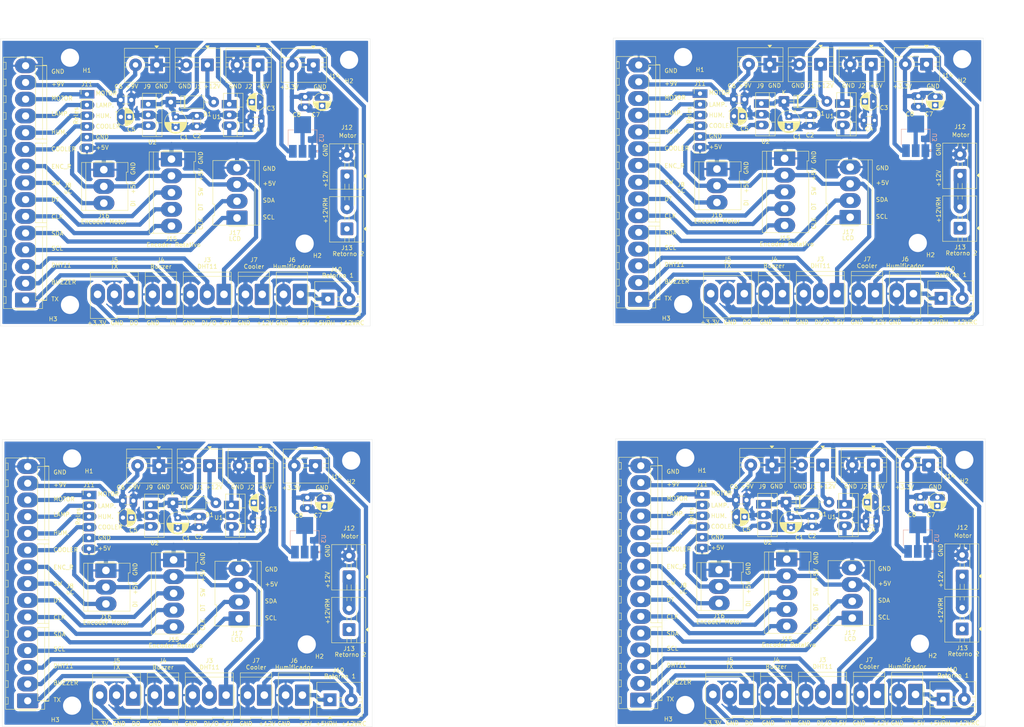
<source format=kicad_pcb>
(kicad_pcb (version 20241229) (generator "pcbnew") (generator_version "9.0")
  (layers (0 "F.Cu" signal) (2 "B.Cu" signal) (13 "F.Paste" user) (15 "B.Paste" user) (5 "F.SilkS" user "F.Silkscreen") (7 "B.SilkS" user "B.Silkscreen") (1 "F.Mask" user) (3 "B.Mask" user) (25 "Edge.Cuts" user))
  (net 0 "")
  (net 1 "+5V")
  (net 2 "Net-(D1-K)")
  (net 3 "GND")
  (net 4 "B15")
  (net 5 "B13")
  (net 6 "+5V_R_Humidificador")
  (net 7 "+9V")
  (net 8 "+12V_R_Cooler")
  (net 9 "B12")
  (net 10 "PIN_LAMPARA")
  (net 11 "+12V_R_Motor")
  (net 12 "+12V")
  (net 13 "A11")
  (net 14 "+3_3V")
  (net 15 "A9")
  (net 17 "SDA")
  (net 18 "PIN_MOTOR")
  (net 19 "CLK")
  (net 20 "SCL")
  (net 21 "DT")
  (net 22 "SW")
  (net 23 "PIN_ENCODER")
  (footprint "Connector_Molex:Molex_KK-396_5273-05A_1x05_P3.96mm_Vertical" (layer "F.Cu") (at 216 54 -90)
    (property "Reference" "J15")
    (property "Value" "Encoder_Rotativo")
  )
  (footprint "Connector_Molex:Molex_KK-396_5273-02A_1x02_P3.96mm_Vertical" (layer "F.Cu") (at 237.96 180.84 180)
    (property "Reference" "J7")
    (property "Value" "Cooler")
  )
  (footprint "Package_TO_SOT_THT:TO-220-3_Vertical" (layer "F.Cu") (at 230.1625 135.84 -90)
    (property "Reference" "U1")
    (property "Value" "LM7805_TO220")
  )
  (footprint "Connector_Molex:Molex_KK-396_5273-02A_1x02_P3.96mm_Vertical" (layer "F.Cu") (at 92.96 181 180)
    (property "Reference" "J7")
    (property "Value" "Cooler")
  )
  (footprint "Capacitor_THT:C_Disc_D3.0mm_W1.6mm_P2.50mm" (layer "F.Cu") (at 248.125 134.09 -90)
    (property "Reference" "C8")
    (property "Value" "0.1uF")
  )
  (footprint "TerminalBlock:TerminalBlock_MaiXu_MX126-5.0-02P_1x02_P5.00mm" (layer "F.Cu") (at 108 87.265)
    (property "Reference" "J10")
    (property "Value" "Retorno_1")
  )
  (footprint "Connector_PinHeader_2.54mm:PinHeader_1x06_P2.54mm_Vertical" (layer "F.Cu") (at 196 38.65)
    (property "Reference" "J11")
    (property "Value" "Modulo_Reles")
  )
  (footprint "MountingHole:MountingHole_4.3mm_M4_ISO14580_Pad_TopBottom" (layer "F.Cu") (at 258.5 125.34)
    (property "Reference" "H2")
    (property "Value" "MountingHole_4.3mm_M4_ISO14580_Pad_TopBottom" (hide yes))
  )
  (footprint "Capacitor_THT:C_Disc_D3.0mm_W1.6mm_P2.50mm" (layer "F.Cu") (at 237.25 45 180)
    (property "Reference" "C4")
    (property "Value" "0.1uF")
  )
  (footprint "Connector_Molex:Molex_KK-396_5273-02A_1x02_P3.96mm_Vertical" (layer "F.Cu") (at 246.46 86 180)
    (property "Reference" "J6")
    (property "Value" "Humidi.")
  )
  (footprint "Capacitor_THT:CP_Radial_D5.0mm_P2.50mm" (layer "F.Cu") (at 217.5 138.867401 -90)
    (property "Reference" "C1")
    (property "Value" "0.33uF")
  )
  (footprint "Package_TO_SOT_THT:TO-220-3_Vertical" (layer "F.Cu") (at 211 135.84 -90)
    (property "Reference" "U2")
    (property "Value" "LM7809_TO220")
  )
  (footprint "TerminalBlock:TerminalBlock_MaiXu_MX126-5.0-02P_1x02_P5.00mm" (layer "F.Cu") (at 257.5 70.5 90)
    (property "Reference" "J13")
    (property "Value" "Retorno_2")
  )
  (footprint "MountingHole:MountingHole_4.3mm_M4_ISO14580_Pad_TopBottom" (layer "F.Cu") (at 47.5 183.5)
    (property "Reference" "H3")
    (property "Value" "MountingHole_4.3mm_M4_ISO14580_Pad_TopBottom" (hide yes))
  )
  (footprint "Package_TO_SOT_THT:TO-220-3_Vertical" (layer "F.Cu") (at 66 136 -90)
    (property "Reference" "U2")
    (property "Value" "LM7809_TO220")
  )
  (footprint "Connector_Molex:Molex_KK-396_5273-03A_1x03_P3.96mm_Vertical" (layer "F.Cu") (at 61.46 86.16 180)
    (property "Reference" "J5")
    (property "Value" "TX")
  )
  (footprint "Capacitor_THT:CP_Radial_D5.0mm_P2.50mm" (layer "F.Cu") (at 72 44.187401 -90)
    (property "Reference" "C1")
    (property "Value" "0.33uF")
  )
  (footprint "TerminalBlock:TerminalBlock_MaiXu_MX126-5.0-02P_1x02_P5.00mm" (layer "F.Cu") (at 108.5 182.105)
    (property "Reference" "J10")
    (property "Value" "Retorno_1")
  )
  (footprint "TerminalBlock:TerminalBlock_MaiXu_MX126-5.0-02P_1x02_P5.00mm" (layer "F.Cu") (at 213 126.54 180)
    (property "Reference" "J9")
    (property "Value" "9V_OUT")
  )
  (footprint "TerminalBlock:TerminalBlock_MaiXu_MX126-5.0-02P_1x02_P5.00mm" (layer "F.Cu") (at 105.045 126.7 180)
    (property "Reference" "J14")
    (property "Value" "3_3V_OUT")
  )
  (footprint "Capacitor_THT:C_Disc_D3.0mm_W1.6mm_P2.50mm" (layer "F.Cu") (at 204.5 134.84)
    (property "Reference" "C6")
    (property "Value" "0.1uF")
  )
  (footprint "Connector_Molex:Molex_KK-396_5273-04A_1x04_P3.96mm_Vertical" (layer "F.Cu") (at 86.5 68.08 90)
    (property "Reference" "J17")
    (property "Value" "LCD")
  )
  (footprint "TerminalBlock:TerminalBlock_MaiXu_MX126-5.0-02P_1x02_P5.00mm" (layer "F.Cu") (at 236.5 31.7 180)
    (property "Reference" "J2")
    (property "Value" "5V_OUT")
  )
  (footprint "Capacitor_THT:CP_Radial_D4.0mm_P2.00mm" (layer "F.Cu") (at 59.527401 139)
    (property "Reference" "C5")
    (property "Value" "10uF")
  )
  (footprint "Package_TO_SOT_THT:TO-220-3_Vertical" (layer "F.Cu") (at 85.1625 136 -90)
    (property "Reference" "U1")
    (property "Value" "LM7805_TO220")
  )
  (footprint "Capacitor_THT:CP_Radial_D4.0mm_P2.00mm" (layer "F.Cu") (at 106.625 39.5487 -90)
    (property "Reference" "C7")
    (property "Value" "10uF")
  )
  (footprint "Connector_Molex:Molex_KK-396_5273-04A_1x04_P3.96mm_Vertical" (layer "F.Cu") (at 87 162.92 90)
    (property "Reference" "J17")
    (property "Value" "LCD")
  )
  (footprint "Diode_THT:D_DO-41_SOD81_P10.16mm_Horizontal" (layer "F.Cu") (at 70.84 40.66)
    (property "Reference" "D1")
    (property "Value" "1N5819")
  )
  (footprint "Capacitor_THT:CP_Radial_D4.0mm_P2.00mm" (layer "F.Cu") (at 204.527401 138.84)
    (property "Reference" "C5")
    (property "Value" "10uF")
  )
  (footprint "TerminalBlock:TerminalBlock_MaiXu_MX126-5.0-02P_1x02_P5.00mm" (layer "F.Cu") (at 67.5 31.86 180)
    (property "Reference" "J9")
    (property "Value" "9V_OUT")
  )
  (footprint "Capacitor_THT:C_Disc_D3.0mm_W1.6mm_P2.50mm" (layer "F.Cu") (at 222.5 138.59 -90)
    (property "Reference" "C2")
    (property "Value" "0.1uF")
  )
  (footprint "Capacitor_THT:CP_Radial_D4.0mm_P2.00mm" (layer "F.Cu") (at 59.027401 44.16)
    (property "Reference" "C5")
    (property "Value" "10uF")
  )
  (footprint "Connector_Molex:Molex_KK-396_A-41791-0015_1x15_P3.96mm_Vertical" (layer "F.Cu") (at 181.5 87.34 90)
    (property "Reference" "J8")
    (property "Value" "Nucleo")
  )
  (footprint "Connector_PinHeader_2.54mm:PinHeader_1x06_P2.54mm_Vertical" (layer "F.Cu") (at 51.5 133.65)
    (property "Reference" "J11")
    (property "Value" "Modulo_Reles")
  )
  (footprint "Connector_Molex:Molex_KK-396_5273-03A_1x03_P3.96mm_Vertical" (layer "F.Cu") (at 206.96 180.84 180)
    (property "Reference" "J5")
    (property "Value" "TX")
  )
  (footprint "Connector_Molex:Molex_KK-396_5273-02A_1x02_P3.96mm_Vertical" (layer "F.Cu") (at 92.46 86.16 180)
    (property "Reference" "J7")
    (property "Value" "Cooler")
  )
  (footprint "TerminalBlock:TerminalBlock_MaiXu_MX126-5.0-02P_1x02_P5.00mm" (layer "F.Cu") (at 68 126.7 180)
    (property "Reference" "J9")
    (property "Value" "9V_OUT")
  )
  (footprint "TerminalBlock:TerminalBlock_MaiXu_MX126-5.0-02P_1x02_P5.00mm" (layer "F.Cu") (at 224.5 31.7 180)
    (property "Reference" "J1")
    (property "Value" "12V_IN")
  )
  (footprint "TerminalBlock:TerminalBlock_MaiXu_MX126-5.0-02P_1x02_P5.00mm" (layer "F.Cu") (at 112.5 70.66 90)
    (property "Reference" "J13")
    (property "Value" "Retorno_2")
  )
  (footprint "Connector_Molex:Molex_KK-396_5273-03A_1x03_P3.96mm_Vertical" (layer "F.Cu") (at 55 56.66 -90)
    (property "Reference" "J16")
    (property "Value" "Encoder_Motor")
  )
  (footprint "MountingHole:MountingHole_4.3mm_M4_ISO14580_Pad_TopBottom" (layer "F.Cu") (at 192 30)
    (property "Reference" "H1")
    (property "Value" "MountingHole_4.3mm_M4_ISO14580_Pad_TopBottom" (hide yes))
  )
  (footprint "Capacitor_THT:CP_Radial_D5.0mm_P2.50mm" (layer "F.Cu") (at 217 44.027401 -90)
    (property "Reference" "C1")
    (property "Value" "0.33uF")
  )
  (footprint "Package_TO_SOT_THT:TO-220-3_Vertical" (layer "F.Cu") (at 65.5 41.16 -90)
    (property "Reference" "U2")
    (property "Value" "LM7809_TO220")
  )
  (footprint "TerminalBlock:TerminalBlock_MaiXu_MX126-5.0-02P_1x02_P5.00mm" (layer "F.Cu") (at 91.5 31.86 180)
    (property "Reference" "J2")
    (property "Value" "5V_OUT")
  )
  (footprint "TerminalBlock:TerminalBlock_MaiXu_MX126-5.0-02P_1x02_P5.00mm" (layer "F.Cu") (at 253 87.105)
    (property "Reference" "J10")
    (property "Value" "Retorno_1")
  )
  (footprint "MountingHole:MountingHole_4.3mm_M4_ISO14580_Pad_TopBottom" (layer "F.Cu") (at 113.5 125.5)
    (property "Reference" "H2")
    (property "Value" "MountingHole_4.3mm_M4_ISO14580_Pad_TopBottom" (hide yes))
  )
  (footprint "Capacitor_THT:C_Disc_D3.0mm_W1.6mm_P2.50mm" (layer "F.Cu") (at 77 43.91 -90)
    (property "Reference" "C2")
    (property "Value" "0.1uF")
  )
  (footprint "Capacitor_THT:CP_Radial_D4.0mm_P2.00mm" (layer "F.Cu") (at 92.5 135.5 180)
    (property "Reference" "C3")
    (property "Value" "10uF")
  )
  (footprint "Capacitor_THT:C_Disc_D3.0mm_W1.6mm_P2.50mm" (layer "F.Cu") (at 237.75 139.84 180)
    (property "Reference" "C4")
    (property "Value" "0.1uF")
  )
  (footprint "TerminalBlock:TerminalBlock_MaiXu_MX126-5.0-02P_1x02_P5.00mm" (layer "F.Cu") (at 104.545 31.86 180)
    (property "Reference" "J14")
    (property "Value" "3_3V_OUT")
  )
  (footprint "Connector_Molex:Molex_KK-396_5273-03A_1x03_P3.96mm_Vertical" (layer "F.Cu") (at 200.5 151.34 -90)
    (property "Reference" "J16")
    (property "Value" "Encoder_Motor")
  )
  (footprint "Connector_Molex:Molex_KK-396_5273-03A_1x03_P3.96mm_Vertical" (layer "F.Cu") (at 55.5 151.5 -90)
    (property "Reference" "J16")
    (property "Value" "Encoder_Motor")
  )
  (footprint "TerminalBlock:TerminalBlock_MaiXu_MX126-5.0-02P_1x02_P5.00mm" (layer "F.Cu") (at 113 165.5 90)
    (property "Reference" "J13")
    (property "Value" "Retorno_2")
  )
  (footprint "Package_TO_SOT_THT:TO-220-3_Vertical" (layer "F.Cu") (at 210.5 41 -90)
    (property "Reference" "U2")
    (property "Value" "LM7809_TO220")
  )
  (footprint "TerminalBlock:TerminalBlock_MaiXu_MX126-5.0-02P_1x02_P5.00mm" (layer "F.Cu") (at 237 126.54 180)
    (property "Reference" "J2")
    (property "Value" "5V_OUT")
  )
  (footprint "Capacitor_THT:C_Disc_D3.0mm_W1.6mm_P2.50mm" (layer "F.Cu") (at 77.5 138.75 -90)
    (property "Reference" "C2")
    (property "Value" "0.1uF")
  )
  (footprint "Capacitor_THT:CP_Radial_D4.0mm_P2.00mm" (layer "F.Cu") (at 92 40.66 180)
    (property "Reference" "C3")
    (property "Value" "10uF")
  )
  (footprint "Package_TO_SOT_THT:TO-220-3_Vertical" (layer "F.Cu") (at 229.6625 41 -90)
    (property "Reference" "U1")
    (property "Value" "LM7805_TO220")
  )
  (footprint "Connector_Molex:Molex_KK-396_5273-02A_1x02_P3.96mm_Vertical" (layer "F.Cu") (at 101.96 181 180)
    (property "Reference" "J6")
    (property "Value" "Humidi.")
  )
  (footprint "Connector_Molex:Molex_KK-396_5273-02A_1x02_P3.96mm_Vertical" (layer "F.Cu") (at 215.98 180.84 180)
    (property "Reference" "J4")
    (property "Value" "Buzzer")
  )
  (footprint "MountingHole:MountingHole_4.3mm_M4_ISO14580_Pad_TopBottom" (layer "F.Cu") (at 47 30.16)
    (property "Reference" "H1")
    (property "Value" "MountingHole_4.3mm_M4_ISO14580_Pad_TopBottom" (hide yes))
  )
  (footprint "Capacitor_THT:CP_Radial_D4.0mm_P2.00mm" (layer "F.Cu") (at 251.625 39.3887 -90)
    (property "Reference" "C7")
    (property "Value" "10uF")
  )
  (footprint "MountingHole:MountingHole_4.3mm_M4_ISO14580_Pad_TopBottom" (layer "F.Cu") (at 247.5 74)
    (property "Reference" "H2")
    (property "Value" "MountingHole_4.3mm_M4_ISO14580_Pad_TopBottom" (hide yes))
  )
  (footprint "Connector_Molex:Molex_KK-396_5273-02A_1x02_P3.96mm_Vertical" (layer "F.Cu") (at 237.46 86 180)
    (property "Reference" "J7")
    (property "Value" "Cooler")
  )
  (footprint "TerminalBlock:TerminalBlock_MaiXu_MX126-5.0-02P_1x02_P5.00mm" (layer "F.Cu") (at 253.5 181.945)
    (property "Reference" "J10")
    (property "Value" "Retorno_1")
  )
  (footprint "Capacitor_THT:C_Disc_D3.0mm_W1.6mm_P2.50mm" (layer "F.Cu") (at 92.75 140 180)
    (property "Reference" "C4")
    (property "Value" "0.1uF")
  )
  (footprint "Connector_Molex:Molex_KK-396_5273-03A_1x03_P3.96mm_Vertical" (layer "F.Cu") (at 228.92 180.84 180)
    (property "Reference" "J3")
    (property "Value" "DHT11")
  )
  (footprint "TerminalBlock:TerminalBlock_MaiXu_MX126-5.0-02P_1x02_P5.00mm" (layer "F.Cu") (at 92 126.7 180)
    (property "Reference" "J2")
    (property "Value" "5V_OUT")
  )
  (footprint "Diode_THT:D_DO-41_SOD81_P10.16mm_Horizontal" (layer "F.Cu") (at 71.34 135.5)
    (property "Reference" "D1")
    (property "Value" "1N5819")
  )
  (footprint "Connector_PinHeader_2.54mm:PinHeader_1x06_P2.54mm_Vertical" (layer "F.Cu") (at 51 38.81)
    (property "Reference" "J11")
    (property "Value" "Modulo_Reles")
  )
  (footprint "Connector_PinHeader_2.54mm:PinHeader_1x06_P2.54mm_Vertical" (layer "F.Cu") (at 196.5 133.49)
    (property "Reference" "J11")
    (property "Value" "Modulo_Reles")
  )
  (footprint "TerminalBlock:TerminalBlock_MaiXu_MX126-5.0-02P_1x02_P5.00mm" (layer "F.Cu") (at 250.045 126.54 180)
    (property "Reference" "J14")
    (property "Value" "3_3V_OUT")
  )
  (footprint "Diode_THT:D_DO-41_SOD81_P10.16mm_Horizontal" (layer "F.Cu") (at 216.34 135.34)
    (property "Reference" "D1")
    (property "Value" "1N5819")
  )
  (footprint "MountingHole:MountingHole_4.3mm_M4_ISO14580_Pad_TopBottom" (layer "F.Cu") (at 113 30.66)
    (property "Reference" "H2")
    (property "Value" "MountingHole_4.3mm_M4_ISO14580_Pad_TopBottom" (hide yes))
  )
  (footprint "Capacitor_THT:CP_Radial_D4.0mm_P2.00mm" (layer "F.Cu") (at 237 40.5 180)
    (property "Reference" "C3")
    (property "Value" "10uF")
  )
  (footprint "Capacitor_THT:CP_Radial_D4.0mm_P2.00mm" (layer "F.Cu") (at 204.027401 44)
    (property "Reference" "C5")
    (property "Value" "10uF")
  )
  (footprint "Connector_Molex:Molex_KK-396_5273-03A_1x03_P3.96mm_Vertical" (layer "F.Cu") (at 83.42 86.16 180)
    (property "Reference" "J3")
    (property "Value" "DHT11")
  )
  (footprint "TerminalBlock:TerminalBlock_MaiXu_MX126-5.0-02P_1x02_P5.00mm" (layer "F.Cu") (at 113 153 90)
    (property "Reference" "J12")
    (property "Value" "Motor")
  )
  (footprint "MountingHole:MountingHole_4.3mm_M4_ISO14580_Pad_TopBottom" (layer "F.Cu") (at 248 168.84)
    (property "Reference" "H2")
    (property "Value" "MountingHole_4.3mm_M4_ISO14580_Pad_TopBottom" (hide yes))
  )
  (footprint "Connector_Molex:Molex_KK-396_A-41791-0015_1x15_P3.96mm_Vertical" (layer "F.Cu") (at 182 182.18 90)
    (property "Reference" "J8")
    (property "Value" "Nucleo")
  )
  (footprint "Capacitor_THT:C_Disc_D3.0mm_W1.6mm_P2.50mm" (layer "F.Cu") (at 222 43.75 -90)
    (property "Reference" "C2")
    (property "Value" "0.1uF")
  )
  (footprint "Capacitor_THT:C_Disc_D3.0mm_W1.6mm_P2.50mm" (layer "F.Cu") (at 247.625 39.25 -90)
    (property "Reference" "C8")
    (property "Value" "0.1uF")
  )
  (footprint "Connector_Molex:Molex_KK-396_5273-02A_1x02_P3.96mm_Vertical" (layer "F.Cu") (at 101.46 86.16 180)
    (property "Reference" "J6")
    (property "Value" "Humidi.")
  )
  (footprint "Connector_Molex:Molex_KK-396_5273-03A_1x03_P3.96mm_Vertical" (layer "F.Cu") (at 61.96 181 180)
    (property "Reference" "J5")
    (property "Value" "TX")
  )
  (footprint "Connector_Molex:Molex_KK-396_5273-02A_1x02_P3.96mm_Vertical" (layer "F.Cu") (at 215.48 86 180)
    (property "Reference" "J4")
    (property "Value" "Buzzer")
  )
  (footprint "MountingHole:MountingHole_4.3mm_M4_ISO14580_Pad_TopBottom" (layer "F.Cu") (at 192 88.5)
    (property "Reference" "H3")
    (property "Value" "MountingHole_4.3mm_M4_ISO14580_Pad_TopBottom" (hide yes))
  )
  (footprint "Connector_Molex:Molex_KK-396_5273-02A_1x02_P3.96mm_Vertical" (layer "F.Cu") (at 70.98 181 180)
    (property "Reference" "J4")
    (property "Value" "Buzzer")
  )
  (footprint "MountingHole:MountingHole_4.3mm_M4_ISO14580_Pad_TopBottom" (layer "F.Cu") (at 47 88.66)
    (property "Reference" "H3")
    (property "Value" "MountingHole_4.3mm_M4_ISO14580_Pad_TopBottom" (hide yes))
  )
  (footprint "Connector_Molex:Molex_KK-396_5273-03A_1x03_P3.96mm_Vertical" (layer "F.Cu") (at 206.46 86 180)
    (property "Reference" "J5")
    (property "Value" "TX")
  )
  (footprint "Connector_Molex:Molex_KK-396_5273-04A_1x04_P3.96mm_Vertical" (layer "F.Cu") (at 232 162.76 90)
    (property "Reference" "J17")
    (property "Value" "LCD")
  )
  (footprint "Capacitor_THT:CP_Radial_D5.0mm_P2.50mm" (layer "F.Cu") (at 72.5 139.027401 -90)
    (property "Reference" "C1")
    (property "Value" "0.33uF")
  )
  (footprint "Capacitor_THT:CP_Radial_D4.0mm_P2.00mm" (layer "F.Cu") (at 237.5 135.34 180)
    (property "Reference" "C3")
    (property "Value" "10uF")
  )
  (footprint "Capacitor_THT:C_Disc_D3.0mm_W1.6mm_P2.50mm" (layer "F.Cu") (at 59 40.16)
    (property "Reference" "C6")
    (property "Value" "0.1uF")
  )
  (footprint "Connector_Molex:Molex_KK-396_5273-05A_1x05_P3.96mm_Vertical" (layer "F.Cu") (at 71.5 149 -90)
    (property "Reference" "J15")
    (property "Value" "Encoder_Rotativo")
  )
  (footprint "Capacitor_THT:CP_Radial_D4.0mm_P2.00mm" (layer "F.Cu") (at 107.125 134.3887 -90)
    (property "Reference" "C7")
    (property "Value" "10uF")
  )
  (footprint "MountingHole:MountingHole_4.3mm_M4_ISO14580_Pad_TopBottom" (layer "F.Cu") (at 102.5 74.16)
    (property "Reference" "H2")
    (property "Value" "MountingHole_4.3mm_M4_ISO14580_Pad_TopBottom" (hide yes))
  )
  (footprint "MountingHole:MountingHole_4.3mm_M4_ISO14580_Pad_TopBottom" (layer "F.Cu") (at 47.5 125)
    (property "Reference" "H1")
    (property "Value" "MountingHole_4.3mm_M4_ISO14580_Pad_TopBottom" (hide yes))
  )
  (footprint "Connector_Molex:Molex_KK-396_5273-04A_1x04_P3.96mm_Vertical" (layer "F.Cu") (at 231.5 67.92 90)
    (property "Reference" "J17")
    (property "Value" "LCD")
  )
  (footprint "Capacitor_THT:C_Disc_D3.0mm_W1.6mm_P2.50mm" (layer "F.Cu") (at 92.25 45.16 180)
    (property "Reference" "C4")
    (property "Value" "0.1uF")
  )
  (footprint "TerminalBlock:TerminalBlock_MaiXu_MX126-5.0-02P_1x02_P5.00mm" (layer "F.Cu") (at 80 126.7 180)
    (property "Reference" "J1")
    (property "Value" "12V_IN")
  )
  (footprint "TerminalBlock:TerminalBlock_MaiXu_MX126-5.0-02P_1x02_P5.00mm" (layer "F.Cu") (at 249.545 31.7 180)
    (property "Reference" "J14")
    (property "Value" "3_3V_OUT")
  )
  (footprint "Package_TO_SOT_THT:TO-220-3_Vertical" (layer "F.Cu") (at 84.6625 41.16 -90)
    (property "Reference" "U1")
    (property "Value" "LM7805_TO220")
  )
  (footprint "Capacitor_THT:CP_Radial_D4.0mm_P2.00mm" (layer "F.Cu") (at 252.125 134.2287 -90)
    (property "Reference" "C7")
    (property "Value" "10uF")
  )
  (footprint "MountingHole:MountingHole_4.3mm_M4_ISO14580_Pad_TopBottom" (layer "F.Cu") (at 258 30.5)
    (property "Reference" "H2")
    (property "Value" "MountingHole_4.3mm_M4_ISO14580_Pad_TopBottom" (hide yes))
  )
  (footprint "Capacitor_THT:C_Disc_D3.0mm_W1.6mm_P2.50mm" (layer "F.Cu") (at 59.5 135)
    (property "Reference" "C6")
    (property "Value" "0.1uF")
  )
  (footprint "Capacitor_THT:C_Disc_D3.0mm_W1.6mm_P2.50mm" (layer "F.Cu") (at 204 40)
    (property "Reference" "C6")
    (property "Value" "0.1uF")
  )
  (footprint "MountingHole:MountingHole_4.3mm_M4_ISO14580_Pad_TopBottom" (layer "F.Cu") (at 192.5 124.84)
    (property "Reference" "H1")
    (property "Value" "MountingHole_4.3mm_M4_ISO14580_Pad_TopBottom" (hide yes))
  )
  (footprint "TerminalBlock:TerminalBlock_MaiXu_MX126-5.0-02P_1x02_P5.00mm" (layer "F.Cu") (at 257.5 58 90)
    (property "Reference" "J12")
    (property "Value" "Motor")
  )
  (footprint "TerminalBlock:TerminalBlock_MaiXu_MX126-5.0-02P_1x02_P5.00mm" (layer "F.Cu") (at 112.5 58.16 90)
    (property "Reference" "J12")
    (property "Value" "Motor")
  )
  (footprint "Connector_Molex:Molex_KK-396_5273-05A_1x05_P3.96mm_Vertical" (layer "F.Cu") (at 216.5 148.84 -90)
    (property "Reference" "J15")
    (property "Value" "Encoder_Rotativo")
  )
  (footprint "Connector_Molex:Molex_KK-396_A-41791-0015_1x15_P3.96mm_Vertical" (layer "F.Cu") (at 36.5 87.5 90)
    (property "Reference" "J8")
    (property "Value" "Nucleo")
  )
  (footprint "Connector_Molex:Molex_KK-396_5273-03A_1x03_P3.96mm_Vertical" (layer "F.Cu") (at 228.42 86 180)
    (property "Reference" "J3")
    (property "Value" "DHT11")
  )
  (footprint "Connector_Molex:Molex_KK-396_5273-03A_1x03_P3.96mm_Vertical" (layer "F.Cu") (at 200 56.5 -90)
    (property "Reference" "J16")
    (property "Value" "Encoder_Motor")
  )
  (footprint "TerminalBlock:TerminalBlock_MaiXu_MX126-5.0-02P_1x02_P5.00mm" (layer "F.Cu") (at 258 165.34 90)
    (property "Reference" "J13")
    (property "Value" "Retorno_2")
  )
  (footprint "Connector_Molex:Molex_KK-396_5273-02A_1x02_P3.96mm_Vertical" (layer "F.Cu") (at 246.96 180.84 180)
    (property "Reference" "J6")
    (property "Value" "Humidi.")
  )
  (footprint "TerminalBlock:TerminalBlock_MaiXu_MX126-5.0-02P_1x02_P5.00mm" (layer "F.Cu") (at 212.5 31.7 180)
    (property "Reference" "J9")
    (property "Value" "9V_OUT")
  )
  (footprint "MountingHole:MountingHole_4.3mm_M4_ISO14580_Pad_TopBottom" (layer "F.Cu") (at 103 169)
    (property "Reference" "H2")
    (property "Value" "MountingHole_4.3mm_M4_ISO14580_Pad_TopBottom" (hide yes))
  )
  (footprint "Connector_Molex:Molex_KK-396_5273-05A_1x05_P3.96mm_Vertical" (layer "F.Cu") (at 71 54.16 -90)
    (property "Reference" "J15")
    (property "Value" "Encoder_Rotativo")
  )
  (footprint "Connector_Molex:Molex_KK-396_A-41791-0015_1x15_P3.96mm_Vertical" (layer "F.Cu") (at 37 182.34 90)
    (property "Reference" "J8")
    (property "Value" "Nucleo")
  )
  (footprint "Connector_Molex:Molex_KK-396_5273-02A_1x02_P3.96mm_Vertical" (layer "F.Cu") (at 70.48 86.16 180)
    (property "Reference" "J4")
    (property "Value" "Buzzer")
  )
  (footprint "MountingHole:MountingHole_4.3mm_M4_ISO14580_Pad_TopBottom" (layer "F.Cu") (at 192.5 183.34)
    (property "Reference" "H3")
    (property "Value" "MountingHole_4.3mm_M4_ISO14580_Pad_TopBottom" (hide yes))
  )
  (footprint "TerminalBlock:TerminalBlock_MaiXu_MX126-5.0-02P_1x02_P5.00mm" (layer "F.Cu") (at 79.5 31.86 180)
    (property "Reference" "J1")
    (property "Value" "12V_IN")
  )
  (footprint "TerminalBlock:TerminalBlock_MaiXu_MX126-5.0-02P_1x02_P5.00mm" (layer "F.Cu") (at 225 126.54 180)
    (property "Reference" "J1")
    (property "Value" "12V_IN")
  )
  (footprint "Diode_THT:D_DO-41_SOD81_P10.16mm_Horizontal" (layer "F.Cu") (at 215.84 40.5)
    (property "Reference" "D1")
    (property "Value" "1N5819")
  )
  (footprint "Capacitor_THT:C_Disc_D3.0mm_W1.6mm_P2.50mm" (layer "F.Cu") (at 102.625 39.41 -90)
    (property "Reference" "C8")
    (property "Value" "0.1uF")
  )
  (footprint "TerminalBlock:TerminalBlock_MaiXu_MX126-5.0-02P_1x02_P5.00mm" (layer "F.Cu") (at 258 152.84 90)
    (property "Reference" "J12")
    (property "Value" "Motor")
  )
  (footprint "Capacitor_THT:C_Disc_D3.0mm_W1.6mm_P2.50mm" (layer "F.Cu") (at 103.125 134.25 -90)
    (property "Reference" "C8")
    (property "Value" "0.1uF")
  )
  (footprint "Connector_Molex:Molex_KK-396_5273-03A_1x03_P3.96mm_Vertical" (layer "F.Cu") (at 83.92 181 180)
    (property "Reference" "J3")
    (property "Value" "DHT11")
  )
  (footprint "Package_TO_SOT_SMD:SOT-223" (layer "B.Cu") (at 247.5 143.84 90)
    (property "Reference" "U3")
    (property "Value" "LD1117V33")
  )
  (footprint "Package_TO_SOT_SMD:SOT-223" (layer "B.Cu") (at 102 49.16 90)
    (property "Reference" "U3")
    (property "Value" "LD1117V33")
  )
  (footprint "Package_TO_SOT_SMD:SOT-223" (layer "B.Cu") (at 102.5 144 90)
    (property "Reference" "U3")
    (property "Value" "LD1117V33")
  )
  (footprint "Package_TO_SOT_SMD:SOT-223" (layer "B.Cu") (at 247 49 90)
    (property "Reference" "U3")
    (property "Value" "LD1117V33")
  )
  (gr_rect (start 176 120.34) (end 263.5 188.34) (stroke (width 0.05)) (fill no) (layer "Edge.Cuts"))
  (gr_rect (start 31 120.5) (end 118.5 188.5) (stroke (width 0.05)) (fill no) (layer "Edge.Cuts"))
  (gr_rect (start 30.5 25.66) (end 118 93.66) (stroke (width 0.05)) (fill no) (layer "Edge.Cuts"))
  (gr_rect (start 175.5 25.5) (end 263 93.5) (stroke (width 0.05)) (fill no) (layer "Edge.Cuts"))
  (gr_text "HUM." (at 198 44.34 0) (layer "F.SilkS") (effects (font (size 1 1)) (justify left bottom)))
  (gr_text "uC" (at 45.5 62.36 0) (layer "F.SilkS") (effects (font (size 1 1)) (justify left bottom)))
  (gr_text "Encoder Motor\n" (at 194.5 69.42 0) (layer "F.SilkS") (effects (font (size 1 1)) (justify left bottom)))
  (gr_text "+5V" (at 227 93.34 0) (layer "F.SilkS") (effects (font (size 1 1)) (justify left bottom)))
  (gr_text "COOLER" (at 198 46.84 0) (layer "F.SilkS") (effects (font (size 1 1)) (justify left bottom)))
  (gr_text "GND\n" (at 96 188.34 0) (layer "F.SilkS") (effects (font (size 1 1)) (justify left bottom)))
  (gr_text "SCL" (at 42.5 75.86 0) (layer "F.SilkS") (effects (font (size 1 1)) (justify left bottom)))
  (gr_text "COOLER" (at 42.5 52.36 0) (layer "F.SilkS") (effects (font (size 1 1) (thickness 0.15) (bold yes)) (justify left bottom)))
  (gr_text "TX" (at 58 175 0) (layer "F.SilkS") (effects (font (size 1 1)) (justify bottom)))
  (gr_text "+12V" (at 91.5 188.34 0) (layer "F.SilkS") (effects (font (size 1 1)) (justify left bottom)))
  (gr_text "DHT11" (at 188 174.54 0) (layer "F.SilkS") (effects (font (size 1 1)) (justify left bottom)))
  (gr_text "COOLER" (at 43 147.2 0) (layer "F.SilkS") (effects (font (size 1 1) (thickness 0.15) (bold yes)) (justify left bottom)))
  (gr_text "GND\n" (at 202 188.18 0) (layer "F.SilkS") (effects (font (size 1 1)) (justify left bottom)))
  (gr_text "Motor" (at 256 143.84 0) (layer "F.SilkS") (effects (font (size 1 1)) (justify left bottom)))
  (gr_text "DHT11" (at 43 174.7 0) (layer "F.SilkS") (effects (font (size 1 1)) (justify left bottom)))
  (gr_text "GND\n" (at 198 49.34 0) (layer "F.SilkS") (effects (font (size 1 1)) (justify left bottom)))
  (gr_text "SCL" (at 43 170.7 0) (layer "F.SilkS") (effects (font (size 1 1)) (justify left bottom)))
  (gr_text "DI" (at 62.5 65.5 90) (layer "F.SilkS") (effects (font (size 1 1)) (justify left bottom)))
  (gr_text "DT" (at 79 161.34 90) (layer "F.SilkS") (effects (font (size 1 1)) (justify left bottom)))
  (gr_text "TX" (at 188 182.54 0) (layer "F.SilkS") (effects (font (size 1 1)) (justify left bottom)))
  (gr_text "+5V" (at 78.5 59.5 90) (layer "F.SilkS") (effects (font (size 1 1)) (justify left bottom)))
  (gr_text "Cooler" (at 235.5 80 0) (layer "F.SilkS") (effects (font (size 1 1)) (justify bottom)))
  (gr_text "LCD" (at 229.5 73.42 0) (layer "F.SilkS") (effects (font (size 1 1)) (justify left bottom)))
  (gr_text "SDA" (at 187.5 72.2 0) (layer "F.SilkS") (effects (font (size 1 1)) (justify left bottom)))
  (gr_text "+9V" (at 42.5 37 0) (layer "F.SilkS") (effects (font (size 1 1)) (justify left bottom)))
  (gr_text "DI" (at 63 160.34 90) (layer "F.SilkS") (effects (font (size 1 1)) (justify left bottom)))
  (gr_text "GND" (at 67.5 132.34 0) (layer "F.SilkS") (effects (font (size 1 1)) (justify left bottom)))
  (gr_text "GND\n" (at 53.5 144.34 0) (layer "F.SilkS") (effects (font (size 1 1)) (justify left bottom)))
  (gr_text "Retorno 1" (at 106.5 82.265 0) (layer "F.SilkS") (effects (font (size 1 1)) (justify left bottom)))
  (gr_text "DHT11" (at 224.5 80 0) (layer "F.SilkS") (effects (font (size 1 1)) (justify bottom)))
  (gr_text "Encoder Motor\n" (at 49.5 69.58 0) (layer "F.SilkS") (effects (font (size 1 1)) (justify left bottom)))
  (gr_text "GND\n" (at 207.5 57.84 90) (layer "F.SilkS") (effects (font (size 1 1)) (justify left bottom)))
  (gr_text "+5V" (at 236 37.34 0) (layer "F.SilkS") (effects (font (size 1 1)) (justify left bottom)))
  (gr_text "+12VRM" (at 253.5 164.18 90) (layer "F.SilkS") (effects (font (size 1 1)) (justify left bottom)))
  (gr_text "Buzzer" (at 69 175 0) (layer "F.SilkS") (effects (font (size 1 1)) (justify bottom)))
  (gr_text "+12V" (at 78.5 37.5 0) (layer "F.SilkS") (effects (font (size 1 1)) (justify left bottom)))
  (gr_text "+5V" (at 224 154.18 90) (layer "F.SilkS") (effects (font (size 1 1)) (justify left bottom)))
  (gr_text "DT" (at 43 159.2 0) (layer "F.SilkS") (effects (font (size 1 1)) (justify left bottom)))
  (gr_text "+12V" (at 108.5 155.84 90) (layer "F.SilkS") (effects (font (size 1 1)) (justify left bottom)))
  (gr_text "LAMP." (at 43 138.84 0) (layer "F.SilkS") (effects (font (size 1 1)) (justify left bottom)))
  (gr_text "+3.3V" (at 196 93.34 0) (layer "F.SilkS") (effects (font (size 1 1)) (justify left bottom)))
  (gr_text "SCL" (at 92.5 68.5 0) (layer "F.SilkS") (effects (font (size 1 1)) (justify left bottom)))
  (gr_text "Reles" (at 194 45.84 90) (layer "F.SilkS") (effects (font (size 1 1)) (justify left bottom)))
  (gr_text "+5V" (at 207.5 62.34 90) (layer "F.SilkS") (effects (font (size 1 1)) (justify left bottom)))
  (gr_text "Cooler" (at 91 175 0) (layer "F.SilkS") (effects (font (size 1 1)) (justify bottom)))
  (gr_text "GND" (at 85 132.34 0) (layer "F.SilkS") (effects (font (size 1 1)) (justify left bottom)))
  (gr_text "DI/O" (at 223.5 188.18 0) (layer "F.SilkS") (effects (font (size 1 1)) (justify left bottom)))
  (gr_text "+5V" (at 236.5 132.18 0) (layer "F.SilkS") (effects (font (size 1 1)) (justify left bottom)))
  (gr_text "TX" (at 43 182.7 0) (layer "F.SilkS") (effects (font (size 1 1)) (justify left bottom)))
  (gr_text "ENC_R" (at 188 151.18 0) (layer "F.SilkS") (effects (font (size 1 1) (thickness 0.15) (bold yes)) (justify left bottom)))
  (gr_text "+9V" (at 205 37.34 0) (layer "F.SilkS") (effects (font (size 1 1)) (justify left bottom)))
  (gr_text "+3.3V" (at 51.5 188.34 0) (layer "F.SilkS") (effects (font (size 1 1)) (justify left bottom)))
  (gr_text "SW" (at 78.5 63 90) (layer "F.SilkS") (effects (font (size 1 1)) (justify left bottom)))
  (gr_text "+3.3V" (at 241.5 37.5 0) (layer "F.SilkS") (effects (font (size 1 1)) (justify left bottom)))
  (gr_text "SCL" (at 188 170.54 0) (layer "F.SilkS") (effects (font (size 1 1)) (justify left bottom)))
  (gr_text "+5V" (at 198.5 146.68 0) (layer "F.SilkS") (effects (font (size 1 1)) (justify left bottom)))
  (gr_text "MOTOR" (at 198.5 133.84 0) (layer "F.SilkS") (effects (font (size 1 1)) (justify left bottom)))
  (gr_text "COOLER" (at 198.5 141.68 0) (layer "F.SilkS") (effects (font (size 1 1)) (justify left bottom)))
  (gr_text "+5V" (at 100.5 93.5 0) (layer "F.SilkS") (effects (font (size 1 1)) (justify left bottom)))
  (gr_text "GND\n" (at 201.5 93.34 0) (layer "F.SilkS") (effects (font (size 1 1)) (justify left bottom)))
  (gr_text "GND" (at 212.5 132.18 0) (layer "F.SilkS") (effects (font (size 1 1)) (justify left bottom)))
  (gr_text "GND" (at 249.5 37.5 0) (layer "F.SilkS") (effects (font (size 1 1)) (justify left bottom)))
  (gr_text "+9V" (at 43 131.84 0) (layer "F.SilkS") (effects (font (size 1 1)) (justify left bottom)))
  (gr_text "GND" (at 253 53.5 90) (layer "F.SilkS") (effects (font (size 1 1)) (justify left bottom)))
  (gr_text "GND\n" (at 208 152.68 90) (layer "F.SilkS") (effects (font (size 1 1)) (justify left bottom)))
  (gr_text "+5V" (at 238 155.18 0) (layer "F.SilkS") (effects (font (size 1 1)) (justify left bottom)))
  (gr_text "+5V" (at 198 51.84 0) (layer "F.SilkS") (effects (font (size 1 1)) (justify left bottom)))
  (gr_text "Retorno 1" (at 251.5 82.105 0) (layer "F.SilkS") (effects (font (size 1 1)) (justify left bottom)))
  (gr_text "BUZZER\n" (at 188 178.54 0) (layer "F.SilkS") (effects (font (size 1 1)) (justify left bottom)))
  (gr_text "GND" (at 108.5 148.5 90) (layer "F.SilkS") (effects (font (size 1 1)) (justify left bottom)))
  (gr_text "Buzzer" (at 214 174.84 0) (layer "F.SilkS") (effects (font (size 1 1)) (justify bottom)))
  (gr_text "GND" (at 84.5 37.5 0) (layer "F.SilkS") (effects (font (size 1 1)) (justify left bottom)))
  (gr_text "GND" (at 230 132.18 0) (layer "F.SilkS") (effects (font (size 1 1)) (justify left bottom)))
  (gr_text "SW" (at 79 157.84 90) (layer "F.SilkS") (effects (font (size 1 1)) (justify left bottom)))
  (gr_text "MOTOR" (at 53.5 134 0) (layer "F.SilkS") (effects (font (size 1 1)) (justify left bottom)))
  (gr_text "GND" (at 73 132.34 0) (layer "F.SilkS") (effects (font (size 1 1)) (justify left bottom)))
  (gr_text "LAMP." (at 53 42 0) (layer "F.SilkS") (effects (font (size 1 1)) (justify left bottom)))
  (gr_text "MOTOR" (at 53 39.16 0) (layer "F.SilkS") (effects (font (size 1 1)) (justify left bottom)))
  (gr_text "GND\n" (at 210 93.34 0) (layer "F.SilkS") (effects (font (size 1 1)) (justify left bottom)))
  (gr_text "GND" (at 250 132.34 0) (layer "F.SilkS") (effects (font (size 1 1)) (justify left bottom)))
  (gr_text "GND\n" (at 62.5 58 90) (layer "F.SilkS") (effects (font (size 1 1)) (justify left bottom)))
  (gr_text "LAMP." (at 53.5 136.84 0) (layer "F.SilkS") (effects (font (size 1 1)) (justify left bottom)))
  (gr_text "+12VRC" (at 256 188.18 0) (layer "F.SilkS") (effects (font (size 1 1)) (justify left bottom)))
  (gr_text "Retorno 1" (at 252 176.945 0) (layer "F.SilkS") (effects (font (size 1 1)) (justify left bottom)))
  (gr_text "Reles" (at 49 46 90) (layer "F.SilkS") (effects (font (size 1 1)) (justify left bottom)))
  (gr_text "Buzzer" (at 213.5 80 0) (layer "F.SilkS") (effects (font (size 1 1)) (justify bottom)))
  (gr_text "TX" (at 203 174.84 0) (layer "F.SilkS") (effects (font (size 1 1)) (justify bottom)))
  (gr_text "LAMP." (at 198 41.84 0) (layer "F.SilkS") (effects (font (size 1 1)) (justify left bottom)))
  (gr_text "DT" (at 187.5 64.2 0) (layer "F.SilkS") (effects (font (size 1 1)) (justify left bottom)))
  (gr_text "DO" (at 206.5 188.18 0) (layer "F.SilkS") (effects (font (size 1 1)) (justify left bottom)))
  (gr_text "+5V" (at 237.5 60.34 0) (layer "F.SilkS") (effects (font (size 1 1)) (justify left bottom)))
  (gr_text "+12V" (at 91 93.5 0) (layer "F.SilkS") (effects (font (size 1 1)) (justify left bottom)))
  (gr_text "+12V" (at 224 132.18 0) (layer "F.SilkS") (effects (font (size 1 1)) (justify left bottom)))
  (gr_text "SW" (at 187.5 60.2 0) (layer "F.SilkS") (effects (font (size 1 1)) (justify left bottom)))
  (gr_text "Retorno 1" (at 107 177.105 0) (layer "F.SilkS") (effects (font (size 1 1)) (justify left bottom)))
  (gr_text "+12VRM" (at 253 69.34 90) (layer "F.SilkS") (effects (font (size 1 1)) (justify left bottom)))
  (gr_text "+5V" (at 246 188.18 0) (layer "F.SilkS") (effects (font (size 1 1)) (justify left bottom)))
  (gr_text "+9V" (at 205.5 132.18 0) (layer "F.SilkS") (effects (font (size 1 1)) (justify left bottom)))
  (gr_text "Motor" (at 255.5 49 0) (layer "F.SilkS") (effects (font (size 1 1)) (justify left bottom)))
  (gr_text "MOTOR" (at 198 39 0) (layer "F.SilkS") (effects (font (size 1 1)) (justify left bottom)))
  (gr_text "GND" (at 104.5 37.66 0) (layer "F.SilkS") (effects (font (size 1 1)) (justify left bottom)))
  (gr_text "Retorno 2" (at 109.5 172 0) (layer "F.SilkS") (effects (font (size 1 1)) (justify left bottom)))
  (gr_text "Encoder Rotativo" (at 65.5 169.84 0) (layer "F.SilkS") (effects (font (size 1 1)) (justify left bottom)))
  (gr_text "+5V" (at 53 52 0) (layer "F.SilkS") (effects (font (size 1 1)) (justify left bottom)))
  (gr_text "GND" (at 212 37.34 0) (layer "F.SilkS") (effects (font (size 1 1)) (justify left bottom)))
  (gr_text "Cooler" (at 236 174.84 0) (layer "F.SilkS") (effects (font (size 1 1)) (justify bottom)))
  (gr_text "TX" (at 57.5 80.16 0) (layer "F.SilkS") (effects (font (size 1 1)) (justify bottom)))
  (gr_text "GND\n" (at 231.5 93.34 0) (layer "F.SilkS") (effects (font (size 1 1)) (justify left bottom)))
  (gr_text "SW" (at 223.5 62.84 90) (layer "F.SilkS") (effects (font (size 1 1)) (justify left bottom)))
  (gr_text "COOLER" (at 188 147.04 0) (layer "F.SilkS") (effects (font (size 1 1) (thickness 0.15) (bold yes)) (justify left bottom)))
  (gr_text "SCL" (at 237.5 68.34 0) (layer "F.SilkS") (effects (font (size 1 1)) (justify left bottom)))
  (gr_text "HUM." (at 188 143.04 0) (layer "F.SilkS") (effects (font (size 1 1)) (justify left bottom)))
  (gr_text "GND\n" (at 188 128.68 0) (layer "F.SilkS") (effects (font (size 1 1)) (justify left bottom)))
  (gr_text "+3.3V" (at 196.5 188.18 0) (layer "F.SilkS") (effects (font (size 1 1)) (justify left bottom)))
  (gr_text "GND" (at 218 132.18 0) (layer "F.SilkS") (effects (font (size 1 1)) (justify left bottom)))
  (gr_text "DHT11" (at 79.5 80.16 0) (layer "F.SilkS") (effects (font (size 1 1)) (justify bottom)))
  (gr_text "+5V" (at 53.5 146.84 0) (layer "F.SilkS") (effects (font (size 1 1)) (justify left bottom)))
  (gr_text "LAMP." (at 188 138.68 0) (layer "F.SilkS") (effects (font (size 1 1)) (justify left bottom)))
  (gr_text "Reles" (at 194.5 140.68 90) (layer "F.SilkS") (effects (font (size 1 1)) (justify left bottom)))
  (gr_text "DI" (at 208 160.18 90) (layer "F.SilkS") (effects (font (size 1 1)) (justify left bottom)))
  (gr_text "+5VRH" (at 250 188.18 0) (layer "F.SilkS") (effects (font (size 1 1)) (justify left bottom)))
  (gr_text "+5V" (at 62.5 62.5 90) (layer "F.SilkS") (effects (font (size 1 1)) (justify left bottom)))
  (gr_text "uC" (at 190.5 62.2 0) (layer "F.SilkS") (effects (font (size 1 1)) (justify left bottom)))
  (gr_text "GND\n" (at 95.5 93.5 0) (layer "F.SilkS") (effects (font (size 1 1)) (justify left bottom)))
  (gr_text "IN" (at 71 188.34 0) (layer "F.SilkS") (effects (font (size 1 1)) (justify left bottom)))
  (gr_text "DO" (at 61 93.5 0) (layer "F.SilkS") (effects (font (size 1 1)) (justify left bottom)))
  (gr_text "GND\n" (at 78.5 55.5 90) (layer "F.SilkS") (effects (font (size 1 1)) (justify left bottom)))
  (gr_text "+12V" (at 223.5 37.34 0) (layer "F.SilkS") (effects (font (size 1 1)) (justify left bottom)))
  (gr_text "CLK" (at 42.5 68.36 0) (layer "F.SilkS") (effects (font (size 1 1)) (justify left bottom)))
  (gr_text "GND\n" (at 241 188.18 0) (layer "F.SilkS") (effects (font (size 1 1)) (justify left bottom)))
  (gr_text "GND\n" (at 65.5 188.34 0) (layer "F.SilkS") (effects (font (size 1 1)) (justify left bottom)))
  (gr_text "+5V" (at 79 154.34 90) (layer "F.SilkS") (effects (font (size 1 1)) (justify left bottom)))
  (gr_text "DT" (at 42.5 64.36 0) (layer "F.SilkS") (effects (font (size 1 1)) (justify left bottom)))
  (gr_text "GND" (at 253.5 148.34 90) (layer "F.SilkS") (effects (font (size 1 1)) (justify left bottom)))
  (gr_text "GND" (at 108 53.66 90) (layer "F.SilkS") (effects (font (size 1 1)) (justify left bottom)))
  (gr_text "GND" (at 67 37.5 0) (layer "F.SilkS") (effects (font (size 1 1)) (justify left bottom)))
  (gr_text "GND\n" (at 74 188.34 0) (layer "F.SilkS") (effects (font (size 1 1)) (justify left bottom)))
  (gr_text "IN" (at 70.5 93.5 0) (layer "F.SilkS") (effects (font (size 1 1)) (justify left bottom)))
  (gr_text "+12VRM" (at 108 69.5 90) (layer "F.SilkS") (effects (font (size 1 1)) (justify left bottom)))
  (gr_text "Encoder Rotativo" (at 65 75 0) (layer "F.SilkS") (effects (font (size 1 1)) (justify left bottom)))
  (gr_text "Humificador\n" (at 244.5 80 0) (layer "F.SilkS") (effects (font (size 1 1)) (justify bottom)))
  (gr_text "+12VRC" (at 110.5 93.5 0) (layer "F.SilkS") (effects (font (size 1 1)) (justify left bottom)))
  (gr_text "CLK" (at 78.5 71 90) (layer "F.SilkS") (effects (font (size 1 1)) (justify left bottom)))
  (gr_text "SCL" (at 187.5 75.7 0) (layer "F.SilkS") (effects (font (size 1 1)) (justify left bottom)))
  (gr_text "DT" (at 223.5 66.34 90) (layer "F.SilkS") (effects (font (size 1 1)) (justify left bottom)))
  (gr_text "+12V" (at 236 93.34 0) (layer "F.SilkS") (effects (font (size 1 1)) (justify left bottom)))
  (gr_text "+5VRH" (at 104.5 93.5 0) (layer "F.SilkS") (effects (font (size 1 1)) (justify left bottom)))
  (gr_text "GND\n" (at 198.5 144.18 0) (layer "F.SilkS") (effects (font (size 1 1)) (justify left bottom)))
  (gr_text "BUZZER\n" (at 42.5 83.86 0) (layer "F.SilkS") (effects (font (size 1 1)) (justify left bottom)))
  (gr_text "SCL" (at 238 163.18 0) (layer "F.SilkS") (effects (font (size 1 1)) (justify left bottom)))
  (gr_text "MOTOR" (at 42.5 40.36 0) (layer "F.SilkS") (effects (font (size 1 1)) (justify left bottom)))
  (gr_text "GND\n" (at 87 188.34 0) (layer "F.SilkS") (effects (font (size 1 1)) (justify left bottom)))
  (gr_text "COOLER" (at 53 47 0) (layer "F.SilkS") (effects (font (size 1 1)) (justify left bottom)))
  (gr_text "+5V" (at 101 188.34 0) (layer "F.SilkS") (effects (font (size 1 1)) (justify left bottom)))
  (gr_text "TX" (at 187.5 87.7 0) (layer "F.SilkS") (effects (font (size 1 1)) (justify left bottom)))
  (gr_text "GND\n" (at 92.5 57 0) (layer "F.SilkS") (effects (font (size 1 1)) (justify left bottom)))
  (gr_text "Encoder Rotativo" (at 210 74.84 0) (layer "F.SilkS") (effects (font (size 1 1)) (justify left bottom)))
  (gr_text "+12V" (at 253 60.84 90) (layer "F.SilkS") (effects (font (size 1 1)) (justify left bottom)))
  (gr_text "DI/O" (at 78.5 188.34 0) (layer "F.SilkS") (effects (font (size 1 1)) (justify left bottom)))
  (gr_text "LCD" (at 230 168.26 0) (layer "F.SilkS") (effects (font (size 1 1)) (justify left bottom)))
  (gr_text "GND\n" (at 219 188.18 0) (layer "F.SilkS") (effects (font (size 1 1)) (justify left bottom)))
  (gr_text "Motor" (at 111 144 0) (layer "F.SilkS") (effects (font (size 1 1)) (justify left bottom)))
  (gr_text "+3.3V" (at 97 132.5 0) (layer "F.SilkS") (effects (font (size 1 1)) (justify left bottom)))
  (gr_text "LCD" (at 84.5 73.58 0) (layer "F.SilkS") (effects (font (size 1 1)) (justify left bottom)))
  (gr_text "+5V" (at 63 157.34 90) (layer "F.SilkS") (effects (font (size 1 1)) (justify left bottom)))
  (gr_text "Humificador\n" (at 245 174.84 0) (layer "F.SilkS") (effects (font (size 1 1)) (justify bottom)))
  (gr_text "TX" (at 202.5 80 0) (layer "F.SilkS") (effects (font (size 1 1)) (justify bottom)))
  (gr_text "COOLER" (at 187.5 52.2 0) (layer "F.SilkS") (effects (font (size 1 1) (thickness 0.15) (bold yes)) (justify left bottom)))
  (gr_text "GND\n" (at 187.5 33.84 0) (layer "F.SilkS") (effects (font (size 1 1)) (justify left bottom)))
  (gr_text "GND\n" (at 79 150.34 90) (layer "F.SilkS") (effects (font (size 1 1)) (justify left bottom)))
  (gr_text "GND" (at 217.5 37.34 0) (layer "F.SilkS") (effects (font (size 1 1)) (justify left bottom)))
  (gr_text "GND\n" (at 42.5 34 0) (layer "F.SilkS") (effects (font (size 1 1)) (justify left bottom)))
  (gr_text "+5V" (at 82 93.5 0) (layer "F.SilkS") (effects (font (size 1 1)) (justify left bottom)))
  (gr_text "GND\n" (at 56.5 93.5 0) (layer "F.SilkS") (effects (font (size 1 1)) (justify left bottom)))
  (gr_text "CLK" (at 187.5 68.2 0) (layer "F.SilkS") (effects (font (size 1 1)) (justify left bottom)))
  (gr_text "SCL" (at 93 163.34 0) (layer "F.SilkS") (effects (font (size 1 1)) (justify left bottom)))
  (gr_text "GND\n" (at 232 188.18 0) (layer "F.SilkS") (effects (font (size 1 1)) (justify left bottom)))
  (gr_text "+5V" (at 227.5 188.18 0) (layer "F.SilkS") (effects (font (size 1 1)) (justify left bottom)))
  (gr_text "uC" (at 191 157.04 0) (layer "F.SilkS") (effects (font (size 1 1)) (justify left bottom)))
  (gr_text "Retorno 2" (at 254 77 0) (layer "F.SilkS") (effects (font (size 1 1)) (justify left bottom)))
  (gr_text "GND\n" (at 65 93.5 0) (layer "F.SilkS") (effects (font (size 1 1)) (justify left bottom)))
  (gr_text "+3.3V" (at 242 132.34 0) (layer "F.SilkS") (effects (font (size 1 1)) (justify left bottom)))
  (gr_text "+5V" (at 91.5 132.34 0) (layer "F.SilkS") (effects (font (size 1 1)) (justify left bottom)))
  (gr_text "+12VRC" (at 255.5 93.34 0) (layer "F.SilkS") (effects (font (size 1 1)) (justify left bottom)))
  (gr_text "DO" (at 61.5 188.34 0) (layer "F.SilkS") (effects (font (size 1 1)) (justify left bottom)))
  (gr_text "DHT11" (at 42.5 79.86 0) (layer "F.SilkS") (effects (font (size 1 1)) (justify left bottom)))
  (gr_text "HUM." (at 53 44.5 0) (layer "F.SilkS") (effects (font (size 1 1)) (justify left bottom)))
  (gr_text "Encoder Motor\n" (at 50 164.42 0) (layer "F.SilkS") (effects (font (size 1 1)) (justify left bottom)))
  (gr_text "IN" (at 215.5 93.34 0) (layer "F.SilkS") (effects (font (size 1 1)) (justify left bottom)))
  (gr_text "GND\n" (at 43 128.84 0) (layer "F.SilkS") (effects (font (size 1 1)) (justify left bottom)))
  (gr_text "Humificador\n" (at 100 175 0) (layer "F.SilkS") (effects (font (size 1 1)) (justify bottom)))
  (gr_text "+12V" (at 253.5 155.68 90) (layer "F.SilkS") (effects (font (size 1 1)) (justify left bottom)))
  (gr_text "+5V" (at 82.5 188.34 0) (layer "F.SilkS") (effects (font (size 1 1)) (justify left bottom)))
  (gr_text "+5V" (at 91 37.5 0) (layer "F.SilkS") (effects (font (size 1 1)) (justify left bottom)))
  (gr_text "+5VRH" (at 249.5 93.34 0) (layer "F.SilkS") (effects (font (size 1 1)) (justify left bottom)))
  (gr_text "+12V" (at 79 132.34 0) (layer "F.SilkS") (effects (font (size 1 1)) (justify left bottom)))
  (gr_text "+5VRH" (at 105 188.34 0) (layer "F.SilkS") (effects (font (size 1 1)) (justify left bottom)))
  (gr_text "Humificador\n" (at 99.5 80.16 0) (layer "F.SilkS") (effects (font (size 1 1)) (justify bottom)))
  (gr_text "HUM." (at 198.5 139.18 0) (layer "F.SilkS") (effects (font (size 1 1)) (justify left bottom)))
  (gr_text "DHT11" (at 80 175 0) (layer "F.SilkS") (effects (font (size 1 1)) (justify bottom)))
  (gr_text "CLK" (at 223.5 70.84 90) (layer "F.SilkS") (effects (font (size 1 1)) (justify left bottom)))
  (gr_text "TX" (at 42.5 87.86 0) (layer "F.SilkS") (effects (font (size 1 1)) (justify left bottom)))
  (gr_text "+5V" (at 92.5 60.5 0) (layer "F.SilkS") (effects (font (size 1 1)) (justify left bottom)))
  (gr_text "LCD" (at 85 168.42 0) (layer "F.SilkS") (effects (font (size 1 1)) (justify left bottom)))
  (gr_text "SDA" (at 93 159.34 0) (layer "F.SilkS") (effects (font (size 1 1)) (justify left bottom)))
  (gr_text "DO" (at 206 93.34 0) (layer "F.SilkS") (effects (font (size 1 1)) (justify left bottom)))
  (gr_text "Encoder Rotativo" (at 210.5 169.68 0) (layer "F.SilkS") (effects (font (size 1 1)) (justify left bottom)))
  (gr_text "+9V" (at 187.5 36.84 0) (layer "F.SilkS") (effects (font (size 1 1)) (justify left bottom)))
  (gr_text "GND\n" (at 238 151.68 0) (layer "F.SilkS") (effects (font (size 1 1)) (justify left bottom)))
  (gr_text "DHT11" (at 187.5 79.7 0) (layer "F.SilkS") (effects (font (size 1 1)) (justify left bottom)))
  (gr_text "COOLER" (at 53.5 141.84 0) (layer "F.SilkS") (effects (font (size 1 1)) (justify left bottom)))
  (gr_text "CLK" (at 79 165.84 90) (layer "F.SilkS") (effects (font (size 1 1)) (justify left bottom)))
  (gr_text "IN" (at 216 188.18 0) (layer "F.SilkS") (effects (font (size 1 1)) (justify left bottom)))
  (gr_text "GND" (at 105 132.5 0) (layer "F.SilkS") (effects (font (size 1 1)) (justify left bottom)))
  (gr_text "Buzzer" (at 68.5 80.16 0) (layer "F.SilkS") (effects (font (size 1 1)) (justify bottom)))
  (gr_text "GND\n" (at 224 150.18 90) (layer "F.SilkS") (effects (font (size 1 1)) (justify left bottom)))
  (gr_text "CLK" (at 224 165.68 90) (layer "F.SilkS") (effects (font (size 1 1)) (justify left bottom)))
  (gr_text "+9V" (at 188 131.68 0) (layer "F.SilkS") (effects (font (size 1 1)) (justify left bottom)))
  (gr_text "DT" (at 224 161.18 90) (layer "F.SilkS") (effects (font (size 1 1)) (justify left bottom)))
  (gr_text "HUM." (at 187.5 48.2 0) (layer "F.SilkS") (effects (font (size 1 1)) (justify left bottom)))
  (gr_text "BUZZER\n" (at 43 178.7 0) (layer "F.SilkS") (effects (font (size 1 1)) (justify left bottom)))
  (gr_text "GND\n" (at 63 152.84 90) (layer "F.SilkS") (effects (font (size 1 1)) (justify left bottom)))
  (gr_text "GND\n" (at 210.5 188.18 0) (layer "F.SilkS") (effects (font (size 1 1)) (justify left bottom)))
  (gr_text "GND\n" (at 73.5 93.5 0) (layer "F.SilkS") (effects (font (size 1 1)) (justify left bottom)))
  (gr_text "GND" (at 72.5 37.5 0) (layer "F.SilkS") (effects (font (size 1 1)) (justify left bottom)))
  (gr_text "SW" (at 42.5 60.36 0) (layer "F.SilkS") (effects (font (size 1 1)) (justify left bottom)))
  (gr_text "+12VRM" (at 108.5 164.34 90) (layer "F.SilkS") (effects (font (size 1 1)) (justify left bottom)))
  (gr_text "Motor" (at 110.5 49.16 0) (layer "F.SilkS") (effects (font (size 1 1)) (justify left bottom)))
  (gr_text "MOTOR" (at 43 135.2 0) (layer "F.SilkS") (effects (font (size 1 1)) (justify left bottom)))
  (gr_text "+12V" (at 236.5 188.18 0) (layer "F.SilkS") (effects (font (size 1 1)) (justify left bottom)))
  (gr_text "CLK" (at 188 163.04 0) (layer "F.SilkS") (effects (font (size 1 1)) (justify left bottom)))
  (gr_text "GND\n" (at 93 151.84 0) (layer "F.SilkS") (effects (font (size 1 1)) (justify left bottom)))
  (gr_text "SDA" (at 42.5 72.36 0) (layer "F.SilkS") (effects (font (size 1 1)) (justify left bottom)))
  (gr_text "MOTOR" (at 188 135.04 0) (layer "F.SilkS") (effects (font (size 1 1)) (justify left bottom)))
  (gr_text "GND\n" (at 57 188.34 0) (layer "F.SilkS") (effects (font (size 1 1)) (justify left bottom)))
  (gr_text "SDA" (at 92.5 64.5 0) (layer "F.SilkS") (effects (font (size 1 1)) (justify left bottom)))
  (gr_text "+3.3V" (at 96.5 37.66 0) (layer "F.SilkS") (effects (font (size 1 1)) (justify left bottom)))
  (gr_text "ENC_R" (at 187.5 56.34 0) (layer "F.SilkS") (effects (font (size 1 1) (thickness 0.15) (bold yes)) (justify left bottom)))
  (gr_text "SW" (at 224 157.68 90) (layer "F.SilkS") (effects (font (size 1 1)) (justify left bottom)))
  (gr_text "Cooler" (at 90.5 80.16 0) (layer "F.SilkS") (effects (font (size 1 1)) (justify bottom)))
  (gr_text "+12VRC" (at 111 188.34 0) (layer "F.SilkS") (effects (font (size 1 1)) (justify left bottom)))
  (gr_text "+9V" (at 60 37.5 0) (layer "F.SilkS") (effects (font (size 1 1)) (justify left bottom)))
  (gr_text "HUM." (at 43 143.2 0) (layer "F.SilkS") (effects (font (size 1 1)) (justify left bottom)))
  (gr_text "+5V" (at 245.5 93.34 0) (layer "F.SilkS") (effects (font (size 1 1)) (justify left bottom)))
  (gr_text "DHT11" (at 225 174.84 0) (layer "F.SilkS") (effects (font (size 1 1)) (justify bottom)))
  (gr_text "+12V" (at 108 61 90) (layer "F.SilkS") (effects (font (size 1 1)) (justify left bottom)))
  (gr_text "GND\n" (at 53 49.5 0) (layer "F.SilkS") (effects (font (size 1 1)) (justify left bottom)))
  (gr_text "LAMP." (at 187.5 43.84 0) (layer "F.SilkS") (effects (font (size 1 1)) (justify left bottom)))
  (gr_text "SDA" (at 238 159.18 0) (layer "F.SilkS") (effects (font (size 1 1)) (justify left bottom)))
  (gr_text "ENC_R" (at 43 151.34 0) (layer "F.SilkS") (effects (font (size 1 1) (thickness 0.15) (bold yes)) (justify left bottom)))
  (gr_text "BUZZER\n" (at 187.5 83.7 0) (layer "F.SilkS") (effects (font (size 1 1)) (justify left bottom)))
  (gr_text "DI/O" (at 78 93.5 0) (layer "F.SilkS") (effects (font (size 1 1)) (justify left bottom)))
  (gr_text "DI/O" (at 223 93.34 0) (layer "F.SilkS") (effects (font (size 1 1)) (justify left bottom)))
  (gr_text "SW" (at 188 155.04 0) (layer "F.SilkS") (effects (font (size 1 1)) (justify left bottom)))
  (gr_text "SDA" (at 237.5 64.34 0) (layer "F.SilkS") (effects (font (size 1 1)) (justify left bottom)))
  (gr_text "GND\n" (at 218.5 93.34 0) (layer "F.SilkS") (effects (font (size 1 1)) (justify left bottom)))
  (gr_text "SDA" (at 43 167.2 0) (layer "F.SilkS") (effects (font (size 1 1)) (justify left bottom)))
  (gr_text "+5V" (at 93 155.34 0) (layer "F.SilkS") (effects (font (size 1 1)) (justify left bottom)))
  (gr_text "DT" (at 188 159.04 0) (layer "F.SilkS") (effects (font (size 1 1)) (justify left bottom)))
  (gr_text "Encoder Motor\n" (at 195 164.26 0) (layer "F.SilkS") (effects (font (size 1 1)) (justify left bottom)))
  (gr_text "Retorno 2" (at 109 77.16 0) (layer "F.SilkS") (effects (font (size 1 1)) (justify left bottom)))
  (gr_text "+9V" (at 60.5 132.34 0) (layer "F.SilkS") (effects (font (size 1 1)) (justify left bottom)))
  (gr_text "Retorno 2" (at 254.5 171.84 0) (layer "F.SilkS") (effects (font (size 1 1)) (justify left bottom)))
  (gr_text "+3.3V" (at 51 93.5 0) (layer "F.SilkS") (effects (font (size 1 1)) (justify left bottom)))
  (gr_text "HUM." (at 53.5 139.34 0) (layer "F.SilkS") (effects (font (size 1 1)) (justify left bottom)))
  (gr_text "ENC_R" (at 42.5 56.5 0) (layer "F.SilkS") (effects (font (size 1 1) (thickness 0.15) (bold yes)) (justify left bottom)))
  (gr_text "+5V" (at 208 157.18 90) (layer "F.SilkS") (effects (font (size 1 1)) (justify left bottom)))
  (gr_text "GND\n" (at 86.5 93.5 0) (layer "F.SilkS") (effects (font (size 1 1)) (justify left bottom)))
  (gr_text "SW" (at 43 155.2 0) (layer "F.SilkS") (effects (font (size 1 1)) (justify left bottom)))
  (gr_text "MOTOR" (at 187.5 40.2 0) (layer "F.SilkS") (effects (font (size 1 1)) (justify left bottom)))
  (gr_text "+5V" (at 223.5 59.34 90) (layer "F.SilkS") (effects (font (size 1 1)) (justify left bottom)))
  (gr_text "GND\n" (at 223.5 55.34 90) (layer "F.SilkS") (effects (font (size 1 1)) (justify left bottom)))
  (gr_text "uC" (at 46 157.2 0) (layer "F.SilkS") (effects (font (size 1 1)) (justify left bottom)))
  (gr_text "CLK" (at 43 163.2 0) (layer "F.SilkS") (effects (font (size 1 1)) (justify left bottom)))
  (gr_text "LAMP." (at 42.5 44 0) (layer "F.SilkS") (effects (font (size 1 1)) (justify left bottom)))
  (gr_text "DI" (at 207.5 65.34 90) (layer "F.SilkS") (effects (font (size 1 1)) (justify left bottom)))
  (gr_text "GND\n" (at 237.5 56.84 0) (layer "F.SilkS") (effects (font (size 1 1)) (justify left bottom)))
  (gr_text "Reles" (at 49.5 140.84 90) (layer "F.SilkS") (effects (font (size 1 1)) (justify left bottom)))
  (gr_text "DT" (at 78.5 66.5 90) (layer "F.SilkS") (effects (font (size 1 1)) (justify left bottom)))
  (gr_text "SDA" (at 188 167.04 0) (layer "F.SilkS") (effects (font (size 1 1)) (justify left bottom)))
  (gr_text "GND" (at 229.5 37.34 0) (layer "F.SilkS") (effects (font (size 1 1)) (justify left bottom)))
  (gr_text "GND\n" (at 240.5 93.34 0) (layer "F.SilkS") (effects (font (size 1 1)) (justify left bottom)))
  (gr_text "HUM." (at 42.5 48.36 0) (layer "F.SilkS") (effects (font (size 1 1)) (justify left bottom)))
  (gr_text "LAMP." (at 198.5 136.68 0) (layer "F.SilkS") (effects (font (size 1 1)) (justify left bottom)))
  (segment (start 229.6625 48.6475) (end 229.5 48.81) (width 1) (layer "B.Cu") (net 1))
  (segment (start 92.25 40.91) (end 92.25 45.16) (width 1) (layer "B.Cu") (net 1))
  (segment (start 195.96 155.3) (end 193 152.34) (width 1) (layer "B.Cu") (net 1))
  (segment (start 55.5 155.46) (end 63.29 155.46) (width 1) (layer "B.Cu") (net 1))
  (segment (start 237.25 45) (end 237.25 47.25) (width 1) (layer "B.Cu") (net 1))
  (segment (start 236.5 37.5) (end 237 38) (width 1) (layer "B.Cu") (net 1))
  (segment (start 92 38.16) (end 92 40.66) (width 1) (layer "B.Cu") (net 1))
  (segment (start 92.75 135.75) (end 92.75 140) (width 1) (layer "B.Cu") (net 1))
  (segment (start 216.5 152.8) (end 223.46 152.8) (width 1) (layer "B.Cu") (net 1))
  (segment (start 90.69 48.97) (end 92.25 47.41) (width 1) (layer "B.Cu") (net 1))
  (segment (start 91.5 156.5) (end 91.5 167.5) (width 1) (layer "B.Cu") (net 1))
  (segment (start 91.5 31.86) (end 91.5 37.66) (width 1) (layer "B.Cu") (net 1))
  (segment (start 208.29 155.3) (end 210.79 152.8) (width 1) (layer "B.Cu") (net 1))
  (segment (start 237.25 40.75) (end 237.25 45) (width 1) (layer "B.Cu") (net 1))
  (segment (start 84.6625 46.24) (end 84.6625 48.8075) (width 1) (layer "B.Cu") (net 1))
  (segment (start 236.19 143.65) (end 237.75 142.09) (width 1) (layer "B.Cu") (net 1))
  (segment (start 78.46 152.96) (end 80.5 155) (width 1) (layer "B.Cu") (net 1))
  (segment (start 86.5 60.16) (end 89.5 60.16) (width 1) (layer "B.Cu") (net 1))
  (segment (start 91 61.66) (end 91 72.66) (width 1) (layer "B.Cu") (net 1))
  (segment (start 236.5 31.7) (end 236.5 37.5) (width 1) (layer "B.Cu") (net 1))
  (segment (start 77.96 58.12) (end 80 60.16) (width 1) (layer "B.Cu") (net 1))
  (segment (start 84.5 48.97) (end 90.69 48.97) (width 1) (layer "B.Cu") (net 1))
  (segment (start 48 152.5) (end 48 146) (width 1) (layer "B.Cu") (net 1))
  (segment (start 55 60.62) (end 50.46 60.62) (width 1) (layer "B.Cu") (net 1))
  (segment (start 216 57.96) (end 222.96 57.96) (width 1) (layer "B.Cu") (net 1))
  (segment (start 48 146) (end 50.19 143.81) (width 1) (layer "B.Cu") (net 1))
  (segment (start 85.1625 143.6475) (end 85 143.81) (width 1) (layer "B.Cu") (net 1))
  (segment (start 92.75 140) (end 92.75 142.25) (width 1) (layer "B.Cu") (net 1))
  (segment (start 230.1625 143.4875) (end 230 143.65) (width 1) (layer "B.Cu") (net 1))
  (segment (start 87 155) (end 90 155) (width 1) (layer "B.Cu") (net 1))
  (segment (start 92 40.66) (end 92.25 40.91) (width 1) (layer "B.Cu") (net 1))
  (segment (start 91.19 143.81) (end 92.75 142.25) (width 1) (layer "B.Cu") (net 1))
  (segment (start 90 155) (end 91.5 156.5) (width 1) (layer "B.Cu") (net 1))
  (segment (start 229.6625 46.08) (end 229.6625 48.6475) (width 1) (layer "B.Cu") (net 1))
  (segment (start 232 154.84) (end 235 154.84) (width 1) (layer "B.Cu") (net 1))
  (segment (start 228.42 80.08) (end 228.42 86) (width 1) (layer "B.Cu") (net 1))
  (segment (start 89.5 60.16) (end 91 61.66) (width 1) (layer "B.Cu") (net 1))
  (segment (start 193 145.84) (end 195.19 143.65) (width 1) (layer "B.Cu") (net 1))
  (segment (start 92 126.7) (end 92 132.5) (width 1) (layer "B.Cu") (net 1))
  (segment (start 210.29 57.96) (end 216 57.96) (width 1) (layer "B.Cu") (net 1))
  (segment (start 65.79 152.96) (end 71.5 152.96) (width 1) (layer "B.Cu") (net 1))
  (segment (start 91.5 167.5) (end 83.92 175.08) (width 1) (layer "B.Cu") (net 1))
  (segment (start 228.92 174.92) (end 228.92 180.84) (width 1) (layer "B.Cu") (net 1))
  (segment (start 50.46 60.62) (end 47.5 57.66) (width 1) (layer "B.Cu") (net 1))
  (segment (start 196 48.81) (end 229.5 48.81) (width 1) (layer "B.Cu") (net 1))
  (segment (start 92.5 135.5) (end 92.75 135.75) (width 1) (layer "B.Cu") (net 1))
  (segment (start 237 132.34) (end 237.5 132.84) (width 1) (layer "B.Cu") (net 1))
  (segment (start 50.19 143.81) (end 51.5 143.81) (width 1) (layer "B.Cu") (net 1))
  (segment (start 55 60.62) (end 62.79 60.62) (width 1) (layer "B.Cu") (net 1))
  (segment (start 234.5 60) (end 236 61.5) (width 1) (layer "B.Cu") (net 1))
  (segment (start 47.5 51.16) (end 49.69 48.97) (width 1) (layer "B.Cu") (net 1))
  (segment (start 237.75 139.84) (end 237.75 142.09) (width 1) (layer "B.Cu") (net 1))
  (segment (start 235 154.84) (end 236.5 156.34) (width 1) (layer "B.Cu") (net 1))
  (segment (start 236 61.5) (end 236 72.5) (width 1) (layer "B.Cu") (net 1))
  (segment (start 71.5 152.96) (end 78.46 152.96) (width 1) (layer "B.Cu") (net 1))
  (segment (start 195.46 60.46) (end 192.5 57.5) (width 1) (layer "B.Cu") (net 1))
  (segment (start 200 60.46) (end 207.79 60.46) (width 1) (layer "B.Cu") (net 1))
  (segment (start 222.96 57.96) (end 225 60) (width 1) (layer "B.Cu") (net 1))
  (segment (start 235.69 48.81) (end 237.25 47.25) (width 1) (layer "B.Cu") (net 1))
  (segment (start 230.1625 140.92) (end 230.1625 143.4875) (width 1) (layer "B.Cu") (net 1))
  (segment (start 92.5 133) (end 92.5 135.5) (width 1) (layer "B.Cu") (net 1))
  (segment (start 237 126.54) (end 237 132.34) (width 1) (layer "B.Cu") (net 1))
  (segment (start 207.79 60.46) (end 210.29 57.96) (width 1) (layer "B.Cu") (net 1))
  (segment (start 51 48.97) (end 84.5 48.97) (width 1) (layer "B.Cu") (net 1))
  (segment (start 91.5 37.66) (end 92 38.16) (width 1) (layer "B.Cu") (net 1))
  (segment (start 237 38) (end 237 40.5) (width 1) (layer "B.Cu") (net 1))
  (segment (start 195.19 143.65) (end 196.5 143.65) (width 1) (layer "B.Cu") (net 1))
  (segment (start 84.6625 48.8075) (end 84.5 48.97) (width 1) (layer "B.Cu") (net 1))
  (segment (start 237.75 135.59) (end 237.75 139.84) (width 1) (layer "B.Cu") (net 1))
  (segment (start 80 60.16) (end 86.5 60.16) (width 1) (layer "B.Cu") (net 1))
  (segment (start 225 60) (end 231.5 60) (width 1) (layer "B.Cu") (net 1))
  (segment (start 210.79 152.8) (end 216.5 152.8) (width 1) (layer "B.Cu") (net 1))
  (segment (start 85 143.81) (end 91.19 143.81) (width 1) (layer "B.Cu") (net 1))
  (segment (start 200 60.46) (end 195.46 60.46) (width 1) (layer "B.Cu") (net 1))
  (segment (start 63.29 155.46) (end 65.79 152.96) (width 1) (layer "B.Cu") (net 1))
  (segment (start 200.5 155.3) (end 195.96 155.3) (width 1) (layer "B.Cu") (net 1))
  (segment (start 192.5 57.5) (end 192.5 51) (width 1) (layer "B.Cu") (net 1))
  (segment (start 236 72.5) (end 228.42 80.08) (width 1) (layer "B.Cu") (net 1))
  (segment (start 49.69 48.97) (end 51 48.97) (width 1) (layer "B.Cu") (net 1))
  (segment (start 47.5 57.66) (end 47.5 51.16) (width 1) (layer "B.Cu") (net 1))
  (segment (start 55.5 155.46) (end 50.96 155.46) (width 1) (layer "B.Cu") (net 1))
  (segment (start 92.25 45.16) (end 92.25 47.41) (width 1) (layer "B.Cu") (net 1))
  (segment (start 50.96 155.46) (end 48 152.5) (width 1) (layer "B.Cu") (net 1))
  (segment (start 92 132.5) (end 92.5 133) (width 1) (layer "B.Cu") (net 1))
  (segment (start 200.5 155.3) (end 208.29 155.3) (width 1) (layer "B.Cu") (net 1))
  (segment (start 229.5 48.81) (end 235.69 48.81) (width 1) (layer "B.Cu") (net 1))
  (segment (start 193 152.34) (end 193 145.84) (width 1) (layer "B.Cu") (net 1))
  (segment (start 237.5 132.84) (end 237.5 135.34) (width 1) (layer "B.Cu") (net 1))
  (segment (start 236.5 156.34) (end 236.5 167.34) (width 1) (layer "B.Cu") (net 1))
  (segment (start 237.5 135.34) (end 237.75 135.59) (width 1) (layer "B.Cu") (net 1))
  (segment (start 237 40.5) (end 237.25 40.75) (width 1) (layer "B.Cu") (net 1))
  (segment (start 223.46 152.8) (end 225.5 154.84) (width 1) (layer "B.Cu") (net 1))
  (segment (start 192.5 51) (end 194.69 48.81) (width 1) (layer "B.Cu") (net 1))
  (segment (start 236.5 167.34) (end 228.92 174.92) (width 1) (layer "B.Cu") (net 1))
  (segment (start 62.79 60.62) (end 65.29 58.12) (width 1) (layer "B.Cu") (net 1))
  (segment (start 230 143.65) (end 236.19 143.65) (width 1) (layer "B.Cu") (net 1))
  (segment (start 231.5 60) (end 234.5 60) (width 1) (layer "B.Cu") (net 1))
  (segment (start 196.5 143.65) (end 230 143.65) (width 1) (layer "B.Cu") (net 1))
  (segment (start 91 72.66) (end 83.42 80.24) (width 1) (layer "B.Cu") (net 1))
  (segment (start 85.1625 141.08) (end 85.1625 143.6475) (width 1) (layer "B.Cu") (net 1))
  (segment (start 225.5 154.84) (end 232 154.84) (width 1) (layer "B.Cu") (net 1))
  (segment (start 65.29 58.12) (end 71 58.12) (width 1) (layer "B.Cu") (net 1))
  (segment (start 71 58.12) (end 77.96 58.12) (width 1) (layer "B.Cu") (net 1))
  (segment (start 83.92 175.08) (end 83.92 181) (width 1) (layer "B.Cu") (net 1))
  (segment (start 83.42 80.24) (end 83.42 86.16) (width 1) (layer "B.Cu") (net 1))
  (segment (start 80.5 155) (end 87 155) (width 1) (layer "B.Cu") (net 1))
  (segment (start 194.69 48.81) (end 196 48.81) (width 1) (layer "B.Cu") (net 1))
  (segment (start 51.5 143.81) (end 85 143.81) (width 1) (layer "B.Cu") (net 1))
  (segment (start 77 43.91) (end 76.722599 44.187401) (width 1) (layer "B.Cu") (net 2))
  (segment (start 97.5 125.5) (end 94 122) (width 1) (layer "B.Cu") (net 2))
  (segment (start 77.5 138.75) (end 76.000001 138.75) (width 1) (layer "B.Cu") (net 2))
  (segment (start 100.2 147.15) (end 99.15 147.15) (width 1) (layer "B.Cu") (net 2))
  (segment (start 97 30.66) (end 93.5 27.16) (width 1) (layer "B.Cu") (net 2))
  (segment (start 222.5 138.59) (end 222.222599 138.867401) (width 1) (layer "B.Cu") (net 2))
  (segment (start 242 30.5) (end 238.5 27) (width 1) (layer "B.Cu") (net 2))
  (segment (start 216.5 42.5) (end 215.84 41.84) (width 1) (layer "B.Cu") (net 2))
  (segment (start 74.5 40.66) (end 69 40.66) (width 1) (layer "B.Cu") (net 2))
  (segment (start 75 135.5) (end 69.5 135.5) (width 1) (layer "B.Cu") (net 2))
  (segment (start 70.84 42) (end 70.84 40.66) (width 1) (layer "B.Cu") (net 2))
  (segment (start 97.5 145.5) (end 97.5 125.5) (width 1) (layer "B.Cu") (net 2))
  (segment (start 221.722599 44.027401) (end 217 44.027401) (width 1) (layer "B.Cu") (net 2))
  (segment (start 85.1625 136) (end 85.1625 132.1625) (width 1) (layer "B.Cu") (net 2))
  (segment (start 79.5 27.16) (end 77 29.66) (width 1) (layer "B.Cu") (net 2))
  (segment (start 243.65 52.15) (end 242 50.5) (width 1) (layer "B.Cu") (net 2))
  (segment (start 230.1625 135.84) (end 230.1625 132.0025) (width 1) (layer "B.Cu") (net 2))
  (segment (start 229.6625 37.1625) (end 227 34.5) (width 1) (layer "B.Cu") (net 2))
  (segment (start 239 121.84) (end 225 121.84) (width 1) (layer "B.Cu") (net 2))
  (segment (start 230.1625 132.0025) (end 227.5 129.34) (width 1) (layer "B.Cu") (net 2))
  (segment (start 227.5 129.34) (end 227.5 121.84) (width 1) (layer "B.Cu") (net 2))
  (segment (start 72 44.187401) (end 71.5 43.687401) (width 1) (layer "B.Cu") (net 2))
  (segment (start 238.5 27) (end 224.5 27) (width 1) (layer "B.Cu") (net 2))
  (segment (start 242.5 145.34) (end 242.5 125.34) (width 1) (layer "B.Cu") (net 2))
  (segment (start 93.5 27.16) (end 79.5 27.16) (width 1) (layer "B.Cu") (net 2))
  (segment (start 85.1625 132.1625) (end 82.5 129.5) (width 1) (layer "B.Cu") (net 2))
  (segment (start 213.5 41) (end 210.5 41) (width 1) (layer "B.Cu") (net 2))
  (segment (start 71.34 136.84) (end 71.34 135.5) (width 1) (layer "B.Cu") (net 2))
  (segment (start 72 137.5) (end 71.34 136.84) (width 1) (layer "B.Cu") (net 2))
  (segment (start 84.6625 41.16) (end 84.6625 37.3225) (width 1) (layer "B.Cu") (net 2))
  (segment (start 97 50.66) (end 97 30.66) (width 1) (layer "B.Cu") (net 2))
  (segment (start 77.222599 139.027401) (end 72.5 139.027401) (width 1) (layer "B.Cu") (net 2))
  (segment (start 99.7 52.31) (end 98.65 52.31) (width 1) (layer "B.Cu") (net 2))
  (segment (start 71.5 43.687401) (end 71.5 42.66) (width 1) (layer "B.Cu") (net 2))
  (segment (start 72 138.527401) (end 72 137.5) (width 1) (layer "B.Cu") (net 2))
  (segment (start 84.6625 37.3225) (end 82 34.66) (width 1) (layer "B.Cu") (net 2))
  (segment (start 245.2 146.99) (end 244.15 146.99) (width 1) (layer "B.Cu") (net 2))
  (segment (start 77.5 133) (end 75 135.5) (width 1) (layer "B.Cu") (net 2))
  (segment (start 77.5 138.75) (end 77.222599 139.027401) (width 1) (layer "B.Cu") (net 2))
  (segment (start 222.222599 138.867401) (end 217.5 138.867401) (width 1) (layer "B.Cu") (net 2))
  (segment (start 80 122) (end 77.5 124.5) (width 1) (layer "B.Cu") (net 2))
  (segment (start 244.15 146.99) (end 242.5 145.34) (width 1) (layer "B.Cu") (net 2))
  (segment (start 217 138.367401) (end 217 137.34) (width 1) (layer "B.Cu") (net 2))
  (segment (start 222 29.5) (end 222 38) (width 1) (layer "B.Cu") (net 2))
  (segment (start 76.722599 44.187401) (end 72 44.187401) (width 1) (layer "B.Cu") (net 2))
  (segment (start 244.7 52.15) (end 243.65 52.15) (width 1) (layer "B.Cu") (net 2))
  (segment (start 71.5 42.66) (end 70.84 42) (width 1) (layer "B.Cu") (net 2))
  (segment (start 222.5 132.84) (end 220 135.34) (width 1) (layer "B.Cu") (net 2))
  (segment (start 217 137.34) (end 216.34 136.68) (width 1) (layer "B.Cu") (net 2))
  (segment (start 222 38) (end 219.5 40.5) (width 1) (layer "B.Cu") (net 2))
  (segment (start 215.84 41.84) (end 215.84 40.5) (width 1) (layer "B.Cu") (net 2))
  (segment (start 214 135.84) (end 211 135.84) (width 1) (layer "B.Cu") (net 2))
  (segment (start 242.5 125.34) (end 239 121.84) (width 1) (layer "B.Cu") (net 2))
  (segment (start 222.5 138.59) (end 221.000001 138.59) (width 1) (layer "B.Cu") (net 2))
  (segment (start 72.5 139.027401) (end 72 138.527401) (width 1) (layer "B.Cu") (net 2))
  (segment (start 217 44.027401) (end 216.5 43.527401) (width 1) (layer "B.Cu") (net 2))
  (segment (start 82 34.66) (end 82 27.16) (width 1) (layer "B.Cu") (net 2))
  (segment (start 98.65 52.31) (end 97 50.66) (width 1) (layer "B.Cu") (net 2))
  (segment (start 242 50.5) (end 242 30.5) (width 1) (layer "B.Cu") (net 2))
  (segment (start 69.5 135.5) (end 69 136) (width 1) (layer "B.Cu") (net 2))
  (segment (start 69 136) (end 66 136) (width 1) (layer "B.Cu") (net 2))
  (segment (start 225 121.84) (end 222.5 124.34) (width 1) (layer "B.Cu") (net 2))
  (segment (start 222.5 124.34) (end 222.5 132.84) (width 1) (layer "B.Cu") (net 2))
  (segment (start 68.5 41.16) (end 65.5 41.16) (width 1) (layer "B.Cu") (net 2))
  (segment (start 216.5 43.527401) (end 216.5 42.5) (width 1) (layer "B.Cu") (net 2))
  (segment (start 77 29.66) (end 77 38.16) (width 1) (layer "B.Cu") (net 2))
  (segment (start 229.6625 41) (end 229.6625 37.1625) (width 1) (layer "B.Cu") (net 2))
  (segment (start 77 38.16) (end 74.5 40.66) (width 1) (layer "B.Cu") (net 2))
  (segment (start 224.5 27) (end 222 29.5) (width 1) (layer "B.Cu") (net 2))
  (segment (start 99.15 147.15) (end 97.5 145.5) (width 1) (layer "B.Cu") (net 2))
  (segment (start 77 43.91) (end 75.500001 43.91) (width 1) (layer "B.Cu") (net 2))
  (segment (start 219.5 40.5) (end 214 40.5) (width 1) (layer "B.Cu") (net 2))
  (segment (start 216.34 136.68) (end 216.34 135.34) (width 1) (layer "B.Cu") (net 2))
  (segment (start 217.5 138.867401) (end 217 138.367401) (width 1) (layer "B.Cu") (net 2))
  (segment (start 77.5 124.5) (end 77.5 133) (width 1) (layer "B.Cu") (net 2))
  (segment (start 214 40.5) (end 213.5 41) (width 1) (layer "B.Cu") (net 2))
  (segment (start 227 34.5) (end 227 27) (width 1) (layer "B.Cu") (net 2))
  (segment (start 69 40.66) (end 68.5 41.16) (width 1) (layer "B.Cu") (net 2))
  (segment (start 220 135.34) (end 214.5 135.34) (width 1) (layer "B.Cu") (net 2))
  (segment (start 214.5 135.34) (end 214 135.84) (width 1) (layer "B.Cu") (net 2))
  (segment (start 222 43.75) (end 221.722599 44.027401) (width 1) (layer "B.Cu") (net 2))
  (segment (start 82.5 129.5) (end 82.5 122) (width 1) (layer "B.Cu") (net 2))
  (segment (start 94 122) (end 80 122) (width 1) (layer "B.Cu") (net 2))
  (segment (start 222 43.75) (end 220.500001 43.75) (width 1) (layer "B.Cu") (net 2))
  (segment (start 67.5 145.5) (end 66.65 146.35) (width 1) (layer "B.Cu") (net 3))
  (segment (start 72.472599 141.5) (end 75.750001 141.5) (width 1) (layer "B.Cu") (net 3))
  (segment (start 211.52 90.085) (end 211.5 90.105) (width 1) (layer "B.Cu") (net 3))
  (segment (start 71.5 149) (end 71.5 145.5) (width 1) (layer "B.Cu") (net 3))
  (segment (start 222.500001 141.090001) (end 224.249999 141.090001) (width 1) (layer "B.Cu") (net 3))
  (segment (start 68 124) (end 68 126.7) (width 1) (layer "B.Cu") (net 3))
  (segment (start 95.5 150) (end 107.5 150) (width 1) (layer "B.Cu") (net 3))
  (segment (start 41.9 126.9) (end 44.5 129.5) (width 1) (layer "B.Cu") (net 3))
  (segment (start 66.15 51.51) (end 51 51.51) (width 1) (layer "B.Cu") (net 3))
  (segment (start 216.5 148.84) (end 216.5 145.34) (width 1) (layer "B.Cu") (net 3))
  (segment (start 248.375 42.5) (end 247.625 41.75) (width 1) (layer "B.Cu") (net 3))
  (segment (start 231.5 50.5) (end 216 50.5) (width 1) (layer "B.Cu") (net 3))
  (segment (start 250.045 127.68) (end 250.045 126.54) (width 1) (layer "B.Cu") (net 3))
  (segment (start 211.15 51.35) (end 196 51.35) (width 1) (layer "B.Cu") (net 3))
  (segment (start 87.54 138.54) (end 89 140) (width 1) (layer "B.Cu") (net 3))
  (segment (start 234 184.945) (end 242 184.945) (width 1) (layer "B.Cu") (net 3))
  (segment (start 66.65 146.35) (end 51.5 146.35) (width 1) (layer "B.Cu") (net 3))
  (segment (start 234.75 45) (end 235 44.75) (width 1) (layer "B.Cu") (net 3))
  (segment (start 76.000001 141.25) (end 77.5 141.25) (width 1) (layer "B.Cu") (net 3))
  (segment (start 95.5 126) (end 95.5 147.5) (width 1) (layer "B.Cu") (net 3))
  (segment (start 77 46.41) (end 77.000001 46.410001) (width 1) (layer "B.Cu") (net 3))
  (segment (start 232.54 138.38) (end 234 139.84) (width 1) (layer "B.Cu") (net 3))
  (segment (start 112.5 53.16) (end 112.5 40.955) (width 1) (layer "B.Cu") (net 3))
  (segment (start 233.5 45) (end 234.75 45) (width 1) (layer "B.Cu") (net 3))
  (segment (start 240.5 145.34) (end 232 145.34) (width 1) (layer "B.Cu") (net 3))
  (segment (start 254 53) (end 257.5 53) (width 1) (layer "B.Cu") (net 3))
  (segment (start 233.5 86) (end 233.5 90.105) (width 1) (layer "B.Cu") (net 3))
  (segment (start 75.750001 141.5) (end 76.000001 141.25) (width 1) (layer "B.Cu") (net 3))
  (segment (start 216.5 145.34) (end 212.5 145.34) (width 1) (layer "B.Cu") (net 3))
  (segment (start 216 50.5) (end 212 50.5) (width 1) (layer "B.Cu") (net 3))
  (segment (start 240.5 125.84) (end 240.5 147.34) (width 1) (layer "B.Cu") (net 3))
  (segment (start 36.5 32.06) (end 41.4 32.06) (width 1) (layer "B.Cu") (net 3))
  (segment (start 96.5 90.265) (end 97.5 89.265) (width 1) (layer "B.Cu") (net 3))
  (segment (start 67.01 31.86) (end 73.42 31.86) (width 1) (layer "B.Cu") (net 3))
  (segment (start 60 28.16) (end 66.5 28.16) (width 1) (layer "B.Cu") (net 3))
  (segment (start 41.4 32.06) (end 44 34.66) (width 1) (layer "B.Cu") (net 3))
  (segment (start 90.5 139.75) (end 90.5 135.5) (width 1) (layer "B.Cu") (net 3))
  (segment (start 217 141.367401) (end 217.445198 141.367401) (width 1) (layer "B.Cu") (net 3))
  (segment (start 98 184.105) (end 98 181) (width 1) (layer "B.Cu") (net 3))
  (segment (start 72.445198 141.527401) (end 72.472599 141.5) (width 1) (layer "B.Cu") (net 3))
  (segment (start 235.5 139.59) (end 235.5 135.34) (width 1) (layer "B.Cu") (net 3))
  (segment (start 210.5 43.54) (end 206.487401 43.54) (width 1) (layer "B.Cu") (net 3))
  (segment (start 213 128.84) (end 213 126.54) (width 1) (layer "B.Cu") (net 3))
  (segment (start 71.972599 46.66) (end 75.250001 46.66) (width 1) (layer "B.Cu") (net 3))
  (segment (start 211.52 86) (end 211.52 90.085) (width 1) (layer "B.Cu") (net 3))
  (segment (start 181.5 31.9) (end 186.4 31.9) (width 1) (layer "B.Cu") (net 3))
  (segment (start 95.5 167.5) (end 89 174) (width 1) (layer "B.Cu") (net 3))
  (segment (start 211.5 28) (end 212.5 29) (width 1) (layer "B.Cu") (net 3))
  (segment (start 88.5 79.16) (end 88.5 86.16) (width 1) (layer "B.Cu") (net 3))
  (segment (start 216 54) (end 216 50.5) (width 1) (layer "B.Cu") (net 3))
  (segment (start 75.5 86.16) (end 75.5 90.265) (width 1) (layer "B.Cu") (net 3))
  (segment (start 212.5 145.34) (end 211.65 146.19) (width 1) (layer "B.Cu") (net 3))
  (segment (start 235 40.5) (end 231.42 36.92) (width 1) (layer "B.Cu") (net 3))
  (segment (start 107.0537 136.46) (end 107.125 136.3887) (width 1) (layer "B.Cu") (net 3))
  (segment (start 106.625 41.5487) (end 105.5137 42.66) (width 1) (layer "B.Cu") (net 3))
  (segment (start 71 54.16) (end 71 50.66) (width 1) (layer "B.Cu") (net 3))
  (segment (start 202.5 88.605) (end 204 90.105) (width 1) (layer "B.Cu") (net 3))
  (segment (start 211.04 138.34) (end 212.5 138.34) (width 1) (layer "B.Cu") (net 3))
  (segment (start 88.5 45.16) (end 89.75 45.16) (width 1) (layer "B.Cu") (net 3))
  (segment (start 216.972599 46.5) (end 220.250001 46.5) (width 1) (layer "B.Cu") (net 3))
  (segment (start 234 180.84) (end 234 184.945) (width 1) (layer "B.Cu") (net 3))
  (segment (start 65.54 43.66) (end 67 43.66) (width 1) (layer "B.Cu") (net 3))
  (segment (start 67 185.105) (end 76 185.105) (width 1) (layer "B.Cu") (net 3))
  (segment (start 222.5 141.09) (end 222.500001 141.090001) (width 1) (layer "B.Cu") (net 3))
  (segment (start 252.5 149.84) (end 254.5 147.84) (width 1) (layer "B.Cu") (net 3))
  (segment (start 212.5 138.34) (end 215.527401 141.367401) (width 1) (layer "B.Cu") (net 3))
  (segment (start 70.527401 141.527401) (end 72 141.527401) (width 1) (layer "B.Cu") (net 3))
  (segment (start 89.75 45.16) (end 90 44.91) (width 1) (layer "B.Cu") (net 3))
  (segment (start 95 50.66) (end 86.5 50.66) (width 1) (layer "B.Cu") (net 3))
  (segment (start 57.5 86.16) (end 57.5 88.765) (width 1) (layer "B.Cu") (net 3))
  (segment (start 89 140) (end 90.25 140) (width 1) (layer "B.Cu") (net 3))
  (segment (start 77.5 141.25) (end 77.500001 141.250001) (width 1) (layer "B.Cu") (net 3))
  (segment (start 66.52 90.245) (end 66.5 90.265) (width 1) (layer "B.Cu") (net 3))
  (segment (start 235 44.75) (end 235 40.5) (width 1) (layer "B.Cu") (net 3))
  (segment (start 70.027401 46.687401) (end 71.5 46.687401) (width 1) (layer "B.Cu") (net 3))
  (segment (start 217.445198 141.367401) (end 217.472599 141.34) (width 1) (layer "B.Cu") (net 3))
  (segment (start 95.5 145.5) (end 87 145.5) (width 1) (layer "B.Cu") (net 3))
  (segment (start 62 138.527401) (end 62 135) (width 1) (layer "B.Cu") (net 3))
  (segment (start 66.04 138.5) (end 67.5 138.5) (width 1) (layer "B.Cu") (net 3))
  (segment (start 86.5 31.78) (end 86.5 30.16) (width 1) (layer "B.Cu") (net 3))
  (segment (start 59 90.265) (end 66.5 90.265) (width 1) (layer "B.Cu") (net 3))
  (segment (start 258 135.635) (end 250.045 127.68) (width 1) (layer "B.Cu") (net 3))
  (segment (start 238.5 123.84) (end 240.5 125.84) (width 1) (layer "B.Cu") (net 3))
  (segment (start 212 50.5) (end 211.15 51.35) (width 1) (layer "B.Cu") (net 3))
  (segment (start 240.5 149.84) (end 252.5 149.84) (width 1) (layer "B.Cu") (net 3))
  (segment (start 60.5 123) (end 67 123) (width 1) (layer "B.Cu") (net 3))
  (segment (start 207 134.84) (end 213 128.84) (width 1) (layer "B.Cu") (net 3))
  (segment (start 55.5 151.5) (end 55.5 146.35) (width 1) (layer "B.Cu") (net 3))
  (segment (start 189.5 129.34) (end 199 129.34) (width 1) (layer "B.Cu") (net 3))
  (segment (start 240 72.5) (end 233.5 79) (width 1) (layer "B.Cu") (net 3))
  (segment (start 241.5 90.105) (end 242.5 89.105) (width 1) (layer "B.Cu") (net 3))
  (segment (start 87.5 29.16) (end 93 29.16) (width 1) (layer "B.Cu") (net 3))
  (segment (start 220.5 86) (end 220.5 90.105) (width 1) (layer "B.Cu") (net 3))
  (segment (start 212 43.5) (end 215.027401 46.527401) (width 1) (layer "B.Cu") (net 3))
  (segment (start 251.5537 41.46) (end 251.625 41.3887) (width 1) (layer "B.Cu") (net 3))
  (segment (start 206.527401 138.84) (end 207 138.367401) (width 1) (layer "B.Cu") (net 3))
  (segment (start 206.487401 43.54) (end 206.027401 44) (width 1) (layer "B.Cu") (net 3))
  (segment (start 211.65 146.19) (end 196.5 146.19) (width 1) (layer "B.Cu") (net 3))
  (segment (start 104.3 55.16) (end 104.3 52.31) (width 1) (layer "B.Cu") (net 3))
  (segment (start 226.96 138.38) (end 232.54 138.38) (width 1) (layer "B.Cu") (net 3))
  (segment (start 204.5 184.945) (end 212 184.945) (width 1) (layer "B.Cu") (net 3))
  (segment (start 212.01 31.7) (end 218.42 31.7) (width 1) (layer "B.Cu") (net 3))
  (segment (start 66 138.54) (end 66.04 138.5) (width 1) (layer "B.Cu") (net 3))
  (segment (start 37 126.9) (end 41.9 126.9) (width 1) (layer "B.Cu") (net 3))
  (segment (start 67.5 34.16) (end 67.5 31.86) (width 1) (layer "B.Cu") (net 3))
  (segment (start 210.54 43.5) (end 212 43.5) (width 1) (layer "B.Cu") (net 3))
  (segment (start 58 183.605) (end 59.5 185.105) (width 1) (layer "B.Cu") (net 3))
  (segment (start 88.5 86.16) (end 88.5 90.265) (width 1) (layer "B.Cu") (net 3))
  (segment (start 186.4 31.9) (end 189 34.5) (width 1) (layer "B.Cu") (net 3))
  (segment (start 90.25 140) (end 90.5 139.75) (width 1) (layer "B.Cu") (net 3))
  (segment (start 215.027401 46.527401) (end 216.5 46.527401) (width 1) (layer "B.Cu") (net 3))
  (segment (start 243 183.945) (end 243 180.84) (width 1) (layer "B.Cu") (net 3))
  (segment (start 67 43.66) (end 70.027401 46.687401) (width 1) (layer "B.Cu") (net 3))
  (segment (start 113 148) (end 113 135.795) (width 1) (layer "B.Cu") (net 3))
  (segment (start 211.5 90.105) (end 220.5 90.105) (width 1) (layer "B.Cu") (net 3))
  (segment (start 97.5 89.265) (end 97.5 86.16) (width 1) (layer "B.Cu") (net 3))
  (segment (start 217.472599 141.34) (end 220.750001 141.34) (width 1) (layer "B.Cu") (net 3))
  (segment (start 58 181) (end 58 183.605) (width 1) (layer "B.Cu") (net 3))
  (segment (start 71.5 145.5) (end 67.5 145.5) (width 1) (layer "B.Cu") (net 3))
  (segment (start 61.527401 139) (end 62 138.527401) (width 1) (layer "B.Cu") (net 3))
  (segment (start 112.5 40.955) (end 104.545 33) (width 1) (layer "B.Cu") (net 3))
  (segment (start 59.5 185.105) (end 67 185.105) (width 1) (layer "B.Cu") (net 3))
  (segment (start 204 90.105) (end 211.5 90.105) (width 1) (layer "B.Cu") (net 3))
  (segment (start 71.945198 46.687401) (end 71.972599 46.66) (width 1) (layer "B.Cu") (net 3))
  (segment (start 86.92 131.92) (end 86.92 126.7) (width 1) (layer "B.Cu") (net 3))
  (segment (start 220.5 90.105) (end 233.5 90.105) (width 1) (layer "B.Cu") (net 3))
  (segment (start 72 141.527401) (end 72.445198 141.527401) (width 1) (layer "B.Cu") (net 3))
  (segment (start 109.5 148) (end 113 148) (width 1) (layer "B.Cu") (net 3))
  (segment (start 240 55) (end 252 55) (width 1) (layer "B.Cu") (net 3))
  (segment (start 189 34.5) (end 198.5 34.5) (width 1) (layer "B.Cu") (net 3))
  (segment (start 231.42 31.7) (end 231.5 31.62) (width 1) (layer "B.Cu") (net 3))
  (segment (start 226.46 43.54) (end 232.04 43.54) (width 1) (layer "B.Cu") (net 3))
  (segment (start 257.5 53) (end 257.5 40.795) (width 1) (layer "B.Cu") (net 3))
  (segment (start 249.3 55) (end 249.3 52.15) (width 1) (layer "B.Cu") (net 3))
  (segment (start 81.46 43.7) (end 87.04 43.7) (width 1) (layer "B.Cu") (net 3))
  (segment (start 258 147.84) (end 258 135.635) (width 1) (layer "B.Cu") (net 3))
  (segment (start 67.51 126.7) (end 73.92 126.7) (width 1) (layer "B.Cu") (net 3))
  (segment (start 81.96 138.54) (end 87.54 138.54) (width 1) (layer "B.Cu") (net 3))
  (segment (start 252.125 136.2287) (end 251.0137 137.34) (width 1) (layer "B.Cu") (net 3))
  (segment (start 90 44.91) (end 90 40.66) (width 1) (layer "B.Cu") (net 3))
  (segment (start 77.000001 46.410001) (end 78.749999 46.410001) (width 1) (layer "B.Cu") (net 3))
  (segment (start 212 122.84) (end 213 123.84) (width 1) (layer "B.Cu") (net 3))
  (segment (start 206.5 43.527401) (end 206.5 40) (width 1) (layer "B.Cu") (net 3))
  (segment (start 212.5 34) (end 212.5 31.7) (width 1) (layer "B.Cu") (net 3))
  (segment (start 107.125 136.3887) (end 113 136.3887) (width 1) (layer "B.Cu") (net 3))
  (segment (start 223.749999 46.250001) (end 226.46 43.54) (width 1) (layer "B.Cu") (net 3))
  (segment (start 232 150.88) (end 232 145.34) (width 1) (layer "B.Cu") (net 3))
  (segment (start 95 55.16) (end 107 55.16) (width 1) (layer "B.Cu") (net 3))
  (segment (start 211 138.38) (end 206.987401 138.38) (width 1) (layer "B.Cu") (net 3))
  (segment (start 95 31.16) (end 95 52.66) (width 1) (layer "B.Cu") (net 3))
  (segment (start 221.000001 141.09) (end 222.5 141.09) (width 1) (layer "B.Cu") (net 3))
  (segment (start 222 46.25) (end 222.000001 46.250001) (width 1) (layer "B.Cu") (net 3))
  (segment (start 251.625 41.3887) (end 250.5137 42.5) (width 1) (layer "B.Cu") (net 3))
  (segment (start 57.5 88.765) (end 59 90.265) (width 1) (layer "B.Cu") (net 3))
  (segment (start 222.000001 46.250001) (end 223.749999 46.250001) (width 1) (layer "B.Cu") (net 3))
  (segment (start 68 129) (end 68 126.7) (width 1) (layer "B.Cu") (net 3))
  (segment (start 54 129.5) (end 60.5 123) (width 1) (layer "B.Cu") (net 3))
  (segment (start 93.5 124) (end 95.5 126) (width 1) (layer "B.Cu") (net 3))
  (segment (start 240 52.5) (end 240 72.5) (width 1) (layer "B.Cu") (net 3))
  (segment (start 216.5 46.527401) (end 216.945198 46.527401) (width 1) (layer "B.Cu") (net 3))
  (segment (start 103.375 42.66) (end 102.625 41.91) (width 1) (layer "B.Cu") (net 3))
  (segment (start 89 181) (end 89 185.105) (width 1) (layer "B.Cu") (net 3))
  (segment (start 88.5 90.265) (end 96.5 90.265) (width 1) (layer "B.Cu") (net 3))
  (segment (start 210.5 43.54) (end 210.54 43.5) (width 1) (layer "B.Cu") (net 3))
  (segment (start 61.5 40.16) (end 67.5 34.16) (width 1) (layer "B.Cu") (net 3))
  (segment (start 75.250001 46.66) (end 75.500001 46.41) (width 1) (layer "B.Cu") (net 3))
  (segment (start 67.5 29.16) (end 67.5 31.86) (width 1) (layer "B.Cu") (net 3))
  (segment (start 182 126.74) (end 186.9 126.74) (width 1) (layer "B.Cu") (net 3))
  (segment (start 66.5 28.16) (end 67.5 29.16) (width 1) (layer "B.Cu") (net 3))
  (segment (start 206.027401 44) (end 206.5 43.527401) (width 1) (layer "B.Cu") (net 3))
  (segment (start 238 29) (end 240 31) (width 1) (layer "B.Cu") (net 3))
  (segment (start 71.5 46.687401) (end 71.945198 46.687401) (width 1) (layer "B.Cu") (net 3))
  (segment (start 212.51 126.54) (end 218.92 126.54) (width 1) (layer "B.Cu") (net 3))
  (segment (start 61.487401 43.7) (end 61.027401 44.16) (width 1) (layer "B.Cu") (net 3))
  (segment (start 105.5137 42.66) (end 103.375 42.66) (width 1) (layer "B.Cu") (net 3))
  (segment (start 87 145.5) (end 71.5 145.5) (width 1) (layer "B.Cu") (net 3))
  (segment (start 89 185.105) (end 97 185.105) (width 1) (layer "B.Cu") (net 3))
  (segment (start 107.5 150) (end 109.5 148) (width 1) (layer "B.Cu") (net 3))
  (segment (start 200.5 151.34) (end 200.5 146.19) (width 1) (layer "B.Cu") (net 3))
  (segment (start 221 184.945) (end 234 184.945) (width 1) (layer "B.Cu") (net 3))
  (segment (start 87.04 43.7) (end 88.5 45.16) (width 1) (layer "B.Cu") (net 3))
  (segment (start 240 50.5) (end 231.5 50.5) (width 1) (layer "B.Cu") (net 3))
  (segment (start 233.5 79) (end 233.5 86) (width 1) (layer "B.Cu") (net 3))
  (segment (start 232 145.34) (end 216.5 145.34) (width 1) (layer "B.Cu") (net 3))
  (segment (start 232 126.46) (end 232 124.84) (width 1) (layer "B.Cu") (net 3))
  (segment (start 232.04 43.54) (end 233.5 45) (width 1) (layer "B.Cu") (net 3))
  (segment (start 198.5 34.5) (end 205 28) (width 1) (layer "B.Cu") (net 3))
  (segment (start 231.5 31.62) (end 231.5 30) (width 1) (layer "B.Cu") (net 3))
  (segment (start 224.249999 141.090001) (end 226.96 138.38) (width 1) (layer "B.Cu") (net 3))
  (segment (start 86.42 31.86) (end 86.5 31.78) (width 1) (layer "B.Cu") (net 3))
  (segment (start 254.5 147.84) (end 258 147.84) (width 1) (layer "B.Cu") (net 3))
  (segment (start 251.625 41.3887) (end 257.5 41.3887) (width 1) (layer "B.Cu") (net 3))
  (segment (start 79.249999 141.250001) (end 81.96 138.54) (width 1) (layer "B.Cu") (net 3))
  (segment (start 248.875 137.34) (end 248.125 136.59) (width 1) (layer "B.Cu") (net 3))
  (segment (start 78.749999 46.410001) (end 81.46 43.7) (width 1) (layer "B.Cu") (net 3))
  (segment (start 232.5 29) (end 238 29) (width 1) (layer "B.Cu") (net 3))
  (segment (start 53.5 34.66) (end 60 28.16) (width 1) (layer "B.Cu") (net 3))
  (segment (start 205 28) (end 211.5 28) (width 1) (layer "B.Cu") (net 3))
  (segment (start 220.500001 46.25) (end 222 46.25) (width 1) (layer "B.Cu") (net 3))
  (segment (start 207 138.367401) (end 207 134.84) (width 1) (layer "B.Cu") (net 3))
  (segment (start 86.5 30.16) (end 87.5 29.16) (width 1) (layer "B.Cu") (net 3))
  (segment (start 95.5 147.5) (end 95.5 167.5) (width 1) (layer "B.Cu") (net 3))
  (segment (start 93 29.16) (end 95 31.16) (width 1) (layer "B.Cu") (net 3))
  (segment (start 86.42 37.08) (end 86.42 31.86) (width 1) (layer "B.Cu") (net 3))
  (segment (start 106.0137 137.5) (end 103.875 137.5) (width 1) (layer "B.Cu") (net 3))
  (segment (start 44.5 129.5) (end 54 129.5) (width 1) (layer "B.Cu") (net 3))
  (segment (start 87 151.04) (end 87 145.5) (width 1) (layer "B.Cu") (net 3))
  (segment (start 199 129.34) (end 205.5 122.84) (width 1) (layer "B.Cu") (net 3))
  (segment (start 55 56.66) (end 55 51.51) (width 1) (layer "B.Cu") (net 3))
  (segment (start 234 139.84) (end 235.25 139.84) (width 1) (layer "B.Cu") (net 3))
  (segment (start 90 40.66) (end 86.42 37.08) (width 1) (layer "B.Cu") (net 3))
  (segment (start 232 124.84) (end 233 123.84) (width 1) (layer "B.Cu") (net 3))
  (segment (start 86.92 126.7) (end 87 126.62) (width 1) (layer "B.Cu") (net 3))
  (segment (start 240.5 147.34) (end 240.5 167.34) (width 1) (layer "B.Cu") (net 3))
  (segment (start 67.02 185.085) (end 67 185.105) (width 1) (layer "B.Cu") (net 3))
  (segment (start 231.92 126.54) (end 232 126.46) (width 1) (layer "B.Cu") (net 3))
  (segment (start 67 50.66) (end 66.15 51.51) (width 1) (layer "B.Cu") (net 3))
  (segment (start 240.5 167.34) (end 234 173.84) (width 1) (layer "B.Cu") (net 3))
  (segment (start 221 180.84) (end 221 184.945) (width 1) (layer "B.Cu") (net 3))
  (segment (start 233.5 90.105) (end 241.5 90.105) (width 1) (layer "B.Cu") (net 3))
  (segment (start 76 185.105) (end 89 185.105) (width 1) (layer "B.Cu") (net 3))
  (segment (start 87 125) (end 88 124) (width 1) (layer "B.Cu") (net 3))
  (segment (start 67 123) (end 68 124) (width 1) (layer "B.Cu") (net 3))
  (segment (start 231.92 131.76) (end 231.92 126.54) (width 1) (layer "B.Cu") (net 3))
  (segment (start 75.500001 46.41) (end 77 46.41) (width 1) (layer "B.Cu") (net 3))
  (segment (start 215.527401 141.367401) (end 217 141.367401) (width 1) (layer "B.Cu") (net 3))
  (segment (start 252.0537 136.3) (end 252.125 136.2287) (width 1) (layer "B.Cu") (net 3))
  (segment (start 235.5 135.34) (end 231.92 131.76) (width 1) (layer "B.Cu") (net 3))
  (segment (start 66.5 90.265) (end 75.5 90.265) (width 1) (layer "B.Cu") (net 3))
  (segment (start 257.5 40.795) (end 249.545 32.84) (width 1) (layer "B.Cu") (net 3))
  (segment (start 107.125 136.3887) (end 106.0137 137.5) (width 1) (layer "B.Cu") (net 3))
  (segment (start 212.02 184.925) (end 212 184.945) (width 1) (layer "B.Cu") (net 3))
  (segment (start 61.5 43.687401) (end 61.5 40.16) (width 1) (layer "B.Cu") (net 3))
  (segment (start 86.5 56.2) (end 86.5 50.66) (width 1) (layer "B.Cu") (net 3))
  (segment (start 76 181) (end 76 185.105) (width 1) (layer "B.Cu") (net 3))
  (segment (start 220.250001 46.5) (end 220.500001 46.25) (width 1) (layer "B.Cu") (net 3))
  (segment (start 105.045 127.84) (end 105.045 126.7) (width 1) (layer "B.Cu") (net 3))
  (segment (start 251.0137 137.34) (end 248.875 137.34) (width 1) (layer "B.Cu") (net 3))
  (segment (start 89 174) (end 89 181) (width 1) (layer "B.Cu") (net 3))
  (segment (start 97 185.105) (end 98 184.105) (width 1) (layer "B.Cu") (net 3))
  (segment (start 206.987401 138.38) (end 206.527401 138.84) (width 1) (layer "B.Cu") (net 3))
  (segment (start 212.02 180.84) (end 212.02 184.925) (width 1) (layer "B.Cu") (net 3))
  (segment (start 103.875 137.5) (end 103.125 136.75) (width 1) (layer "B.Cu") (net 3))
  (segment (start 65.5 43.7) (end 61.487401 43.7) (width 1) (layer "B.Cu") (net 3))
  (segment (start 242 184.945) (end 243 183.945) (width 1) (layer "B.Cu") (net 3))
  (segment (start 231.42 36.92) (end 231.42 31.7) (width 1) (layer "B.Cu") (net 3))
  (segment (start 213 123.84) (end 213 126.54) (width 1) (layer "B.Cu") (net 3))
  (segment (start 203 180.84) (end 203 183.445) (width 1) (layer "B.Cu") (net 3))
  (segment (start 66 138.54) (end 61.987401 138.54) (width 1) (layer "B.Cu") (net 3))
  (segment (start 235.25 139.84) (end 235.5 139.59) (width 1) (layer "B.Cu") (net 3))
  (segment (start 216.945198 46.527401) (end 216.972599 46.5) (width 1) (layer "B.Cu") (net 3))
  (segment (start 104.8 150) (end 104.8 147.15) (width 1) (layer "B.Cu") (net 3))
  (segment (start 212.5 29) (end 212.5 31.7) (width 1) (layer "B.Cu") (net 3))
  (segment (start 65.5 43.7) (end 65.54 43.66) (width 1) (layer "B.Cu") (net 3))
  (segment (start 250.5137 42.5) (end 248.375 42.5) (width 1) (layer "B.Cu") (net 3))
  (segment (start 206.5 40) (end 212.5 34) (width 1) (layer "B.Cu") (net 3))
  (segment (start 252.125 136.2287) (end 258 136.2287) (width 1) (layer "B.Cu") (net 3))
  (segment (start 186.9 126.74) (end 189.5 129.34) (width 1) (layer "B.Cu") (net 3))
  (segment (start 77.500001 141.250001) (end 79.249999 141.250001) (width 1) (layer "B.Cu") (net 3))
  (segment (start 113 135.795) (end 105.045 127.84) (width 1) (layer "B.Cu") (net 3))
  (segment (start 200 56.5) (end 200 51.35) (width 1) (layer "B.Cu") (net 3))
  (segment (start 95 72.66) (end 88.5 79.16) (width 1) (layer "B.Cu") (net 3))
  (segment (start 44 34.66) (end 53.5 34.66) (width 1) (layer "B.Cu") (net 3))
  (segment (start 90.5 135.5) (end 86.92 131.92) (width 1) (layer "B.Cu") (net 3))
  (segment (start 61.027401 44.16) (end 61.5 43.687401) (width 1) (layer "B.Cu") (net 3))
  (segment (start 231.5 30) (end 232.5 29) (width 1) (layer "B.Cu") (net 3))
  (segment (start 66.52 86.16) (end 66.52 90.245) (width 1) (layer "B.Cu") (net 3))
  (segment (start 202.5 86) (end 202.5 88.605) (width 1) (layer "B.Cu") (net 3))
  (segment (start 106.5537 41.62) (end 106.625 41.5487) (width 1) (layer "B.Cu") (net 3))
  (segment (start 220.750001 141.34) (end 221.000001 141.09) (width 1) (layer "B.Cu") (net 3))
  (segment (start 87 126.62) (end 87 125) (width 1) (layer "B.Cu") (net 3))
  (segment (start 231.5 56.04) (end 231.5 50.5) (width 1) (layer "B.Cu") (net 3))
  (segment (start 212 184.945) (end 221 184.945) (width 1) (layer "B.Cu") (net 3))
  (segment (start 95 52.66) (end 95 72.66) (width 1) (layer "B.Cu") (net 3))
  (segment (start 67.02 181) (end 67.02 185.085) (width 1) (layer "B.Cu") (net 3))
  (segment (start 242.5 89.105) (end 242.5 86) (width 1) (layer "B.Cu") (net 3))
  (segment (start 205.5 122.84) (end 212 122.84) (width 1) (layer "B.Cu") (net 3))
  (segment (start 249.8 149.84) (end 249.8 146.99) (width 1) (layer "B.Cu") (net 3))
  (segment (start 67.5 138.5) (end 70.527401 141.527401) (width 1) (layer "B.Cu") (net 3))
  (segment (start 211 138.38) (end 211.04 138.34) (width 1) (layer "B.Cu") (net 3))
  (segment (start 62 135) (end 68 129) (width 1) (layer "B.Cu") (net 3))
  (segment (start 61.987401 138.54) (end 61.527401 139) (width 1) (layer "B.Cu") (net 3))
  (segment (start 104.545 33) (end 104.545 31.86) (width 1) (layer "B.Cu") (net 3))
  (segment (start 203 183.445) (end 204.5 184.945) (width 1) (layer "B.Cu") (net 3))
  (segment (start 106.625 41.5487) (end 112.5 41.5487) (width 1) (layer "B.Cu") (net 3))
  (segment (start 88 124) (end 93.5 124) (width 1) (layer "B.Cu") (net 3))
  (segment (start 234 173.84) (end 234 180.84) (width 1) (layer "B.Cu") (net 3))
  (segment (start 233 123.84) (end 238.5 123.84) (width 1) (layer "B.Cu") (net 3))
  (segment (start 107 55.16) (end 109 53.16) (width 1) (layer "B.Cu") (net 3))
  (segment (start 71 50.66) (end 67 50.66) (width 1) (layer "B.Cu") (net 3))
  (segment (start 75.5 90.265) (end 88.5 90.265) (width 1) (layer "B.Cu") (net 3))
  (segment (start 86.5 50.66) (end 71 50.66) (width 1) (layer "B.Cu") (net 3))
  (segment (start 252 55) (end 254 53) (width 1) (layer "B.Cu") (net 3))
  (segment (start 249.545 32.84) (end 249.545 31.7) (width 1) (layer "B.Cu") (net 3))
  (segment (start 240 31) (end 240 52.5) (width 1) (layer "B.Cu") (net 3))
  (segment (start 109 53.16) (end 112.5 53.16) (width 1) (layer "B.Cu") (net 3))
  (segment (start 48.23 46.43) (end 42.8 51.86) (width 1) (layer "B.Cu") (net 4))
  (segment (start 196.5 141.11) (end 193.73 141.11) (width 1) (layer "B.Cu") (net 4))
  (segment (start 43.3 146.7) (end 37 146.7) (width 1) (layer "B.Cu") (net 4))
  (segment (start 193.73 141.11) (end 188.3 146.54) (width 1) (layer "B.Cu") (net 4))
  (segment (start 51.5 141.27) (end 48.73 141.27) (width 1) (layer "B.Cu") (net 4))
  (segment (start 188.3 146.54) (end 182 146.54) (width 1) (layer "B.Cu") (net 4))
  (segment (start 51 46.43) (end 48.23 46.43) (width 1) (layer "B.Cu") (net 4))
  (segment (start 196 46.27) (end 193.23 46.27) (width 1) (layer "B.Cu") (net 4))
  (segment (start 187.8 51.7) (end 181.5 51.7) (width 1) (layer "B.Cu") (net 4))
  (segment (start 48.73 141.27) (end 43.3 146.7) (width 1) (layer "B.Cu") (net 4))
  (segment (start 193.23 46.27) (end 187.8 51.7) (width 1) (layer "B.Cu") (net 4))
  (segment (start 42.8 51.86) (end 36.5 51.86) (width 1) (layer "B.Cu") (net 4))
  (segment (start 43.76 142.74) (end 37 142.74) (width 1) (layer "B.Cu") (net 5))
  (segment (start 43.26 47.9) (end 36.5 47.9) (width 1) (layer "B.Cu") (net 5))
  (segment (start 47.27 43.89) (end 43.26 47.9) (width 1) (layer "B.Cu") (net 5))
  (segment (start 196.5 138.57) (end 192.77 138.57) (width 1) (layer "B.Cu") (net 5))
  (segment (start 51.5 138.73) (end 47.77 138.73) (width 1) (layer "B.Cu") (net 5))
  (segment (start 188.26 47.74) (end 181.5 47.74) (width 1) (layer "B.Cu") (net 5))
  (segment (start 192.77 138.57) (end 188.76 142.58) (width 1) (layer "B.Cu") (net 5))
  (segment (start 192.27 43.73) (end 188.26 47.74) (width 1) (layer "B.Cu") (net 5))
  (segment (start 47.77 138.73) (end 43.76 142.74) (width 1) (layer "B.Cu") (net 5))
  (segment (start 188.76 142.58) (end 182 142.58) (width 1) (layer "B.Cu") (net 5))
  (segment (start 51 43.89) (end 47.27 43.89) (width 1) (layer "B.Cu") (net 5))
  (segment (start 196 43.73) (end 192.27 43.73) (width 1) (layer "B.Cu") (net 5))
  (segment (start 249.5 86) (end 246.46 86) (width 1) (layer "B.Cu") (net 6))
  (segment (start 253 87.105) (end 250.605 87.105) (width 1) (layer "B.Cu") (net 6))
  (segment (start 108 87.265) (end 105.605 87.265) (width 1) (layer "B.Cu") (net 6))
  (segment (start 250 180.84) (end 246.96 180.84) (width 1) (layer "B.Cu") (net 6))
  (segment (start 104.5 86.16) (end 101.46 86.16) (width 1) (layer "B.Cu") (net 6))
  (segment (start 250.605 87.105) (end 249.5 86) (width 1) (layer "B.Cu") (net 6))
  (segment (start 105 181) (end 101.96 181) (width 1) (layer "B.Cu") (net 6))
  (segment (start 105.605 87.265) (end 104.5 86.16) (width 1) (layer "B.Cu") (net 6))
  (segment (start 108.5 182.105) (end 106.105 182.105) (width 1) (layer "B.Cu") (net 6))
  (segment (start 253.5 181.945) (end 251.105 181.945) (width 1) (layer "B.Cu") (net 6))
  (segment (start 106.105 182.105) (end 105 181) (width 1) (layer "B.Cu") (net 6))
  (segment (start 251.105 181.945) (end 250 180.84) (width 1) (layer "B.Cu") (net 6))
  (segment (start 207 47) (end 205 47) (width 1) (layer "B.Cu") (net 7))
  (segment (start 205 47) (end 204.027401 46.027401) (width 1) (layer "B.Cu") (net 7))
  (segment (start 182 130.7) (end 182.64 131.34) (width 1) (layer "B.Cu") (net 7))
  (segment (start 59.5 132.5) (end 62.92 129.08) (width 1) (layer "B.Cu") (net 7))
  (segment (start 202 40) (end 204 40) (width 1) (layer "B.Cu") (net 7))
  (segment (start 60.5 142) (end 59.527401 141.027401) (width 1) (layer "B.Cu") (net 7))
  (segment (start 204.5 138.812599) (end 204.527401 138.84) (width 1) (layer "B.Cu") (net 7))
  (segment (start 204 37.5) (end 207.42 34.08) (width 1) (layer "B.Cu") (net 7))
  (segment (start 57 40.16) (end 59 40.16) (width 1) (layer "B.Cu") (net 7))
  (segment (start 36.5 36.02) (end 37.14 36.66) (width 1) (layer "B.Cu") (net 7))
  (segment (start 204.5 134.84) (end 204.5 138.812599) (width 1) (layer "B.Cu") (net 7))
  (segment (start 204 40) (end 204 43.972599) (width 1) (layer "B.Cu") (net 7))
  (segment (start 62.92 129.08) (end 62.92 126.7) (width 1) (layer "B.Cu") (net 7))
  (segment (start 199 131.34) (end 202.5 134.84) (width 1) (layer "B.Cu") (net 7))
  (segment (start 63.42 141.08) (end 62.5 142) (width 1) (layer "B.Cu") (net 7))
  (segment (start 59.527401 141.027401) (end 59.527401 139) (width 1) (layer "B.Cu") (net 7))
  (segment (start 62 47.16) (end 60 47.16) (width 1) (layer "B.Cu") (net 7))
  (segment (start 204.5 132.34) (end 207.92 128.92) (width 1) (layer "B.Cu") (net 7))
  (segment (start 204 43.972599) (end 204.027401 44) (width 1) (layer "B.Cu") (net 7))
  (segment (start 53.5 36.66) (end 57 40.16) (width 1) (layer "B.Cu") (net 7))
  (segment (start 66 141.08) (end 63.42 141.08) (width 1) (layer "B.Cu") (net 7))
  (segment (start 205.5 141.84) (end 204.527401 140.867401) (width 1) (layer "B.Cu") (net 7))
  (segment (start 37.14 36.66) (end 53.5 36.66) (width 1) (layer "B.Cu") (net 7))
  (segment (start 59 44.132599) (end 59.027401 44.16) (width 1) (layer "B.Cu") (net 7))
  (segment (start 62.5 142) (end 60.5 142) (width 1) (layer "B.Cu") (net 7))
  (segment (start 181.5 35.86) (end 182.14 36.5) (width 1) (layer "B.Cu") (net 7))
  (segment (start 59.027401 46.187401) (end 59.027401 44.16) (width 1) (layer "B.Cu") (net 7))
  (segment (start 37 130.86) (end 37.64 131.5) (width 1) (layer "B.Cu") (net 7))
  (segment (start 37.64 131.5) (end 54 131.5) (width 1) (layer "B.Cu") (net 7))
  (segment (start 59 40.16) (end 59 37.66) (width 1) (layer "B.Cu") (net 7))
  (segment (start 59.5 135) (end 59.5 132.5) (width 1) (layer "B.Cu") (net 7))
  (segment (start 202.5 134.84) (end 204.5 134.84) (width 1) (layer "B.Cu") (net 7))
  (segment (start 62.92 46.24) (end 62 47.16) (width 1) (layer "B.Cu") (net 7))
  (segment (start 210.5 46.08) (end 207.92 46.08) (width 1) (layer "B.Cu") (net 7))
  (segment (start 182.64 131.34) (end 199 131.34) (width 1) (layer "B.Cu") (net 7))
  (segment (start 207.92 128.92) (end 207.92 126.54) (width 1) (layer "B.Cu") (net 7))
  (segment (start 59.5 138.972599) (end 59.527401 139) (width 1) (layer "B.Cu") (net 7))
  (segment (start 59 40.16) (end 59 44.132599) (width 1) (layer "B.Cu") (net 7))
  (segment (start 59 37.66) (end 62.42 34.24) (width 1) (layer "B.Cu") (net 7))
  (segment (start 208.42 140.92) (end 207.5 141.84) (width 1) (layer "B.Cu") (net 7))
  (segment (start 182.14 36.5) (end 198.5 36.5) (width 1) (layer "B.Cu") (net 7))
  (segment (start 211 140.92) (end 208.42 140.92) (width 1) (layer "B.Cu") (net 7))
  (segment (start 207.5 141.84) (end 205.5 141.84) (width 1) (layer "B.Cu") (net 7))
  (segment (start 65.5 46.24) (end 62.92 46.24) (width 1) (layer "B.Cu") (net 7))
  (segment (start 198.5 36.5) (end 202 40) (width 1) (layer "B.Cu") (net 7))
  (segment (start 207.42 34.08) (end 207.42 31.7) (width 1) (layer "B.Cu") (net 7))
  (segment (start 54 131.5) (end 57.5 135) (width 1) (layer "B.Cu") (net 7))
  (segment (start 204.027401 46.027401) (end 204.027401 44) (width 1) (layer "B.Cu") (net 7))
  (segment (start 204 40) (end 204 37.5) (width 1) (layer "B.Cu") (net 7))
  (segment (start 62.42 34.24) (end 62.42 31.86) (width 1) (layer "B.Cu") (net 7))
  (segment (start 60 47.16) (end 59.027401 46.187401) (width 1) (layer "B.Cu") (net 7))
  (segment (start 57.5 135) (end 59.5 135) (width 1) (layer "B.Cu") (net 7))
  (segment (start 204.5 134.84) (end 204.5 132.34) (width 1) (layer "B.Cu") (net 7))
  (segment (start 207.92 46.08) (end 207 47) (width 1) (layer "B.Cu") (net 7))
  (segment (start 204.527401 140.867401) (end 204.527401 138.84) (width 1) (layer "B.Cu") (net 7))
  (segment (start 59.5 135) (end 59.5 138.972599) (width 1) (layer "B.Cu") (net 7))
  (segment (start 258 84.48) (end 254.52 81) (width 1) (layer "B.Cu") (net 8))
  (segment (start 237.46 83.06) (end 237.46 86) (width 1) (layer "B.Cu") (net 8))
  (segment (start 113 84.64) (end 109.52 81.16) (width 1) (layer "B.Cu") (net 8))
  (segment (start 113.5 182.105) (end 113.5 179.48) (width 1) (layer "B.Cu") (net 8))
  (segment (start 113 87.265) (end 113 84.64) (width 1) (layer "B.Cu") (net 8))
  (segment (start 258.5 181.945) (end 258.5 179.32) (width 1) (layer "B.Cu") (net 8))
  (segment (start 255.02 175.84) (end 240.02 175.84) (width 1) (layer "B.Cu") (net 8))
  (segment (start 95.02 176) (end 92.96 178.06) (width 1) (layer "B.Cu") (net 8))
  (segment (start 92.46 83.22) (end 92.46 86.16) (width 1) (layer "B.Cu") (net 8))
  (segment (start 239.52 81) (end 237.46 83.06) (width 1) (layer "B.Cu") (net 8))
  (segment (start 258.5 179.32) (end 255.02 175.84) (width 1) (layer "B.Cu") (net 8))
  (segment (start 109.52 81.16) (end 94.52 81.16) (width 1) (layer "B.Cu") (net 8))
  (segment (start 258 87.105) (end 258 84.48) (width 1) (layer "B.Cu") (net 8))
  (segment (start 113.5 179.48) (end 110.02 176) (width 1) (layer "B.Cu") (net 8))
  (segment (start 240.02 175.84) (end 237.96 177.9) (width 1) (layer "B.Cu") (net 8))
  (segment (start 94.52 81.16) (end 92.46 83.22) (width 1) (layer "B.Cu") (net 8))
  (segment (start 110.02 176) (end 95.02 176) (width 1) (layer "B.Cu") (net 8))
  (segment (start 237.96 177.9) (end 237.96 180.84) (width 1) (layer "B.Cu") (net 8))
  (segment (start 92.96 178.06) (end 92.96 181) (width 1) (layer "B.Cu") (net 8))
  (segment (start 254.52 81) (end 239.52 81) (width 1) (layer "B.Cu") (net 8))
  (segment (start 215.48 86) (end 215.48 83.085) (width 1) (layer "B.Cu") (net 9))
  (segment (start 37.38 178) (end 37 178.38) (width 1) (layer "B.Cu") (net 9))
  (segment (start 212.395 174.34) (end 189 174.34) (width 1) (layer "B.Cu") (net 9))
  (segment (start 189 174.34) (end 185.12 178.22) (width 1) (layer "B.Cu") (net 9))
  (segment (start 70.98 178.085) (end 67.395 174.5) (width 1) (layer "B.Cu") (net 9))
  (segment (start 188.5 79.5) (end 184.62 83.38) (width 1) (layer "B.Cu") (net 9))
  (segment (start 70.48 83.245) (end 66.895 79.66) (width 1) (layer "B.Cu") (net 9))
  (segment (start 215.48 83.085) (end 211.895 79.5) (width 1) (layer "B.Cu") (net 9))
  (segment (start 70.98 181) (end 70.98 178.085) (width 1) (layer "B.Cu") (net 9))
  (segment (start 43.5 79.66) (end 39.62 83.54) (width 1) (layer "B.Cu") (net 9))
  (segment (start 215.98 177.925) (end 212.395 174.34) (width 1) (layer "B.Cu") (net 9))
  (segment (start 36.88 83.16) (end 36.5 83.54) (width 1) (layer "B.Cu") (net 9))
  (segment (start 70.48 86.16) (end 70.48 83.245) (width 1) (layer "B.Cu") (net 9))
  (segment (start 39.62 83.54) (end 36.5 83.54) (width 1) (layer "B.Cu") (net 9))
  (segment (start 44 174.5) (end 40.12 178.38) (width 1) (layer "B.Cu") (net 9))
  (segment (start 40.12 178.38) (end 37 178.38) (width 1) (layer "B.Cu") (net 9))
  (segment (start 215.98 180.84) (end 215.98 177.925) (width 1) (layer "B.Cu") (net 9))
  (segment (start 184.62 83.38) (end 181.5 83.38) (width 1) (layer "B.Cu") (net 9))
  (segment (start 211.895 79.5) (end 188.5 79.5) (width 1) (layer "B.Cu") (net 9))
  (segment (start 185.12 178.22) (end 182 178.22) (width 1) (layer "B.Cu") (net 9))
  (segment (start 182.38 177.84) (end 182 178.22) (width 1) (layer "B.Cu") (net 9))
  (segment (start 181.88 83) (end 181.5 83.38) (width 1) (layer "B.Cu") (net 9))
  (segment (start 66.895 79.66) (end 43.5 79.66) (width 1) (layer "B.Cu") (net 9))
  (segment (start 67.395 174.5) (end 44 174.5) (width 1) (layer "B.Cu") (net 9))
  (segment (start 182 138.62) (end 189.22 138.62) (width 1) (layer "B.Cu") (net 10))
  (segment (start 46.81 136.19) (end 51.5 136.19) (width 1) (layer "B.Cu") (net 10))
  (segment (start 181.5 43.78) (end 188.72 43.78) (width 1) (layer "B.Cu") (net 10))
  (segment (start 46.31 41.35) (end 51 41.35) (width 1) (layer "B.Cu") (net 10))
  (segment (start 37 138.78) (end 44.22 138.78) (width 1) (layer "B.Cu") (net 10))
  (segment (start 44.22 138.78) (end 46.81 136.19) (width 1) (layer "B.Cu") (net 10))
  (segment (start 191.31 41.19) (end 196 41.19) (width 1) (layer "B.Cu") (net 10))
  (segment (start 36.5 43.94) (end 43.72 43.94) (width 1) (layer "B.Cu") (net 10))
  (segment (start 191.81 136.03) (end 196.5 136.03) (width 1) (layer "B.Cu") (net 10))
  (segment (start 189.22 138.62) (end 191.81 136.03) (width 1) (layer "B.Cu") (net 10))
  (segment (start 188.72 43.78) (end 191.31 41.19) (width 1) (layer "B.Cu") (net 10))
  (segment (start 43.72 43.94) (end 46.31 41.35) (width 1) (layer "B.Cu") (net 10))
  (segment (start 112.5 58.16) (end 112.5 65.66) (width 3) (layer "B.Cu") (net 11))
  (segment (start 258 152.84) (end 258 160.34) (width 3) (layer "B.Cu") (net 11))
  (segment (start 257.5 58) (end 257.5 65.5) (width 3) (layer "B.Cu") (net 11))
  (segment (start 113 153) (end 113 160.5) (width 3) (layer "B.Cu") (net 11))
  (segment (start 79.5 31.86) (end 79.5 39.16) (width 1) (layer "B.Cu") (net 12))
  (segment (start 224.5 31.7) (end 224.5 39) (width 1) (layer "B.Cu") (net 12))
  (segment (start 80 134) (end 81.5 135.5) (width 1) (layer "B.Cu") (net 12))
  (segment (start 224.5 39) (end 226 40.5) (width 1) (layer "B.Cu") (net 12))
  (segment (start 225 133.84) (end 226.5 135.34) (width 1) (layer "B.Cu") (net 12))
  (segment (start 225 126.54) (end 225 133.84) (width 1) (layer "B.Cu") (net 12))
  (segment (start 79.5 39.16) (end 81 40.66) (width 1) (layer "B.Cu") (net 12))
  (segment (start 80 126.7) (end 80 134) (width 1) (layer "B.Cu") (net 12))
  (segment (start 184.41 182.18) (end 190.25 176.34) (width 1) (layer "B.Cu") (net 13))
  (segment (start 60.5 176.5) (end 61.96 177.96) (width 1) (layer "B.Cu") (net 13))
  (segment (start 190.25 176.34) (end 205.5 176.34) (width 1) (layer "B.Cu") (net 13))
  (segment (start 205 81.5) (end 206.46 82.96) (width 1) (layer "B.Cu") (net 13))
  (segment (start 189.75 81.5) (end 205 81.5) (width 1) (layer "B.Cu") (net 13))
  (segment (start 61.46 83.12) (end 61.46 86.16) (width 1) (layer "B.Cu") (net 13))
  (segment (start 182 182.18) (end 184.41 182.18) (width 1) (layer "B.Cu") (net 13))
  (segment (start 61.96 177.96) (end 61.96 181) (width 1) (layer "B.Cu") (net 13))
  (segment (start 183.91 87.34) (end 189.75 81.5) (width 1) (layer "B.Cu") (net 13))
  (segment (start 44.75 81.66) (end 60 81.66) (width 1) (layer "B.Cu") (net 13))
  (segment (start 38.91 87.5) (end 44.75 81.66) (width 1) (layer "B.Cu") (net 13))
  (segment (start 206.46 82.96) (end 206.46 86) (width 1) (layer "B.Cu") (net 13))
  (segment (start 37 182.34) (end 39.41 182.34) (width 1) (layer "B.Cu") (net 13))
  (segment (start 181.5 87.34) (end 183.91 87.34) (width 1) (layer "B.Cu") (net 13))
  (segment (start 36.5 87.5) (end 38.91 87.5) (width 1) (layer "B.Cu") (net 13))
  (segment (start 45.25 176.5) (end 60.5 176.5) (width 1) (layer "B.Cu") (net 13))
  (segment (start 60 81.66) (end 61.46 83.12) (width 1) (layer "B.Cu") (net 13))
  (segment (start 206.96 177.8) (end 206.96 180.84) (width 1) (layer "B.Cu") (net 13))
  (segment (start 39.41 182.34) (end 45.25 176.5) (width 1) (layer "B.Cu") (net 13))
  (segment (start 205.5 176.34) (end 206.96 177.8) (width 1) (layer "B.Cu") (net 13))
  (segment (start 53.54 86.16) (end 53.54 88.305) (width 1) (layer "B.Cu") (net 14))
  (segment (start 262 185.34) (end 262 136.34) (width 1) (layer "B.Cu") (net 14))
  (segment (start 99.465 30.195) (end 99.465 42.625) (width 1) (layer "B.Cu") (net 14))
  (segment (start 253 127.34) (end 253 124.84) (width 1) (layer "B.Cu") (net 14))
  (segment (start 248.375 38.5) (end 250.7363 38.5) (width 1) (layer "B.Cu") (net 14))
  (segment (start 54.04 181) (end 54.04 183.145) (width 1) (layer "B.Cu") (net 14))
  (segment (start 102 46.01) (end 102 52.31) (width 1) (layer "B.Cu") (net 14))
  (segment (start 247 45.85) (end 247 52.15) (width 1) (layer "B.Cu") (net 14))
  (segment (start 107.5 30.16) (end 106 28.66) (width 1) (layer "B.Cu") (net 14))
  (segment (start 54.04 183.145) (end 58 187.105) (width 1) (layer "B.Cu") (net 14))
  (segment (start 114.895 92.265) (end 116.5 90.66) (width 1) (layer "B.Cu") (net 14))
  (segment (start 108 125) (end 106.5 123.5) (width 1) (layer "B.Cu") (net 14))
  (segment (start 253 124.84) (end 251.5 123.34) (width 1) (layer "B.Cu") (net 14))
  (segment (start 247 45) (end 247 45.85) (width 1) (layer "B.Cu") (net 14))
  (segment (start 105.7363 38.66) (end 106.625 39.5487) (width 1) (layer "B.Cu") (net 14))
  (segment (start 198.54 86) (end 198.54 88.145) (width 1) (layer "B.Cu") (net 14))
  (segment (start 252.5 32.5) (end 252.5 30) (width 1) (layer "B.Cu") (net 14))
  (segment (start 116.5 41.66) (end 107.5 32.66) (width 1) (layer "B.Cu") (net 14))
  (segment (start 199.04 182.985) (end 203 186.945) (width 1) (layer "B.Cu") (net 14))
  (segment (start 58 187.105) (end 115.395 187.105) (width 1) (layer "B.Cu") (net 14))
  (segment (start 106.5 123.5) (end 101.5 123.5) (width 1) (layer "B.Cu") (net 14))
  (segment (start 108 127.5) (end 108 125) (width 1) (layer "B.Cu") (net 14))
  (segment (start 107.5 32.66) (end 107.5 30.16) (width 1) (layer "B.Cu") (net 14))
  (segment (start 99.465 42.625) (end 102 45.16) (width 1) (layer "B.Cu") (net 14))
  (segment (start 103.875 133.5) (end 106.2363 133.5) (width 1) (layer "B.Cu") (net 14))
  (segment (start 247.5 139.84) (end 247.5 140.69) (width 1) (layer "B.Cu") (net 14))
  (segment (start 251 28.5) (end 246 28.5) (width 1) (layer "B.Cu") (net 14))
  (segment (start 99.965 125.035) (end 99.965 137.465) (width 1) (layer "B.Cu") (net 14))
  (segment (start 202.5 92.105) (end 259.895 92.105) (width 1) (layer "B.Cu") (net 14))
  (segment (start 244.465 30.035) (end 244.465 42.465) (width 1) (layer "B.Cu") (net 14))
  (segment (start 252.5 30) (end 251 28.5) (width 1) (layer "B.Cu") (net 14))
  (segment (start 259.895 92.105) (end 261.5 90.5) (width 1) (layer "B.Cu") (net 14))
  (segment (start 262 136.34) (end 253 127.34) (width 1) (layer "B.Cu") (net 14))
  (segment (start 246.5 123.34) (end 244.965 124.875) (width 1) (layer "B.Cu") (net 14))
  (segment (start 247.625 39.25) (end 248.375 38.5) (width 1) (layer "B.Cu") (net 14))
  (segment (start 248.875 133.34) (end 251.2363 133.34) (width 1) (layer "B.Cu") (net 14))
  (segment (start 250.7363 38.5) (end 251.625 39.3887) (width 1) (layer "B.Cu") (net 14))
  (segment (start 244.965 137.305) (end 247.5 139.84) (width 1) (layer "B.Cu") (net 14))
  (segment (start 101.5 123.5) (end 99.965 125.035) (width 1) (layer "B.Cu") (net 14))
  (segment (start 251.2363 133.34) (end 252.125 134.2287) (width 1) (layer "B.Cu") (net 14))
  (segment (start 106 28.66) (end 101 28.66) (width 1) (layer "B.Cu") (net 14))
  (segment (start 247.5 140.69) (end 247.5 146.99) (width 1) (layer "B.Cu") (net 14))
  (segment (start 103.375 38.66) (end 105.7363 38.66) (width 1) (layer "B.Cu") (net 14))
  (segment (start 248.125 134.09) (end 248.875 133.34) (width 1) (layer "B.Cu") (net 14))
  (segment (start 103.125 134.25) (end 103.875 133.5) (width 1) (layer "B.Cu") (net 14))
  (segment (start 261.5 90.5) (end 261.5 41.5) (width 1) (layer "B.Cu") (net 14))
  (segment (start 99.965 137.465) (end 102.5 140) (width 1) (layer "B.Cu") (net 14))
  (segment (start 115.395 187.105) (end 117 185.5) (width 1) (layer "B.Cu") (net 14))
  (segment (start 260.395 186.945) (end 262 185.34) (width 1) (layer "B.Cu") (net 14))
  (segment (start 198.54 88.145) (end 202.5 92.105) (width 1) (layer "B.Cu") (net 14))
  (segment (start 99.965 134.25) (end 103.125 134.25) (width 1) (layer "B.Cu") (net 14))
  (segment (start 246 28.5) (end 244.465 30.035) (width 1) (layer "B.Cu") (net 14))
  (segment (start 101 28.66) (end 99.465 30.195) (width 1) (layer "B.Cu") (net 14))
  (segment (start 106.2363 133.5) (end 107.125 134.3887) (width 1) (layer "B.Cu") (net 14))
  (segment (start 244.465 42.465) (end 247 45) (width 1) (layer "B.Cu") (net 14))
  (segment (start 102.625 39.41) (end 103.375 38.66) (width 1) (layer "B.Cu") (net 14))
  (segment (start 244.965 134.09) (end 248.125 134.09) (width 1) (layer "B.Cu") (net 14))
  (segment (start 117 185.5) (end 117 136.5) (width 1) (layer "B.Cu") (net 14))
  (segment (start 199.04 180.84) (end 199.04 182.985) (width 1) (layer "B.Cu") (net 14))
  (segment (start 116.5 90.66) (end 116.5 41.66) (width 1) (layer "B.Cu") (net 14))
  (segment (start 251.5 123.34) (end 246.5 123.34) (width 1) (layer "B.Cu") (net 14))
  (segment (start 117 136.5) (end 108 127.5) (width 1) (layer "B.Cu") (net 14))
  (segment (start 261.5 41.5) (end 252.5 32.5) (width 1) (layer "B.Cu") (net 14))
  (segment (start 53.54 88.305) (end 57.5 92.265) (width 1) (layer "B.Cu") (net 14))
  (segment (start 99.465 39.41) (end 102.625 39.41) (width 1) (layer "B.Cu") (net 14))
  (segment (start 57.5 92.265) (end 114.895 92.265) (width 1) (layer "B.Cu") (net 14))
  (segment (start 102.5 140.85) (end 102.5 147.15) (width 1) (layer "B.Cu") (net 14))
  (segment (start 244.965 124.875) (end 244.965 137.305) (width 1) (layer "B.Cu") (net 14))
  (segment (start 244.465 39.25) (end 247.625 39.25) (width 1) (layer "B.Cu") (net 14))
  (segment (start 203 186.945) (end 260.395 186.945) (width 1) (layer "B.Cu") (net 14))
  (segment (start 102 45.16) (end 102 46.01) (width 1) (layer "B.Cu") (net 14))
  (segment (start 102.5 140) (end 102.5 140.85) (width 1) (layer "B.Cu") (net 14))
  (segment (start 182.08 174.34) (end 182 174.26) (width 1) (layer "B.Cu") (net 15))
  (segment (start 36.58 79.66) (end 36.5 79.58) (width 1) (layer "B.Cu") (net 15))
  (segment (start 185 79.5) (end 181.58 79.5) (width 1) (layer "B.Cu") (net 15))
  (segment (start 42.5 172.5) (end 40.5 174.5) (width 1) (layer "B.Cu") (net 15))
  (segment (start 79.96 181) (end 79.96 177.94) (width 1) (layer "B.Cu") (net 15))
  (segment (start 181.58 79.5) (end 181.5 79.42) (width 1) (layer "B.Cu") (net 15))
  (segment (start 79.96 177.94) (end 74.52 172.5) (width 1) (layer "B.Cu") (net 15))
  (segment (start 42 77.66) (end 40 79.66) (width 1) (layer "B.Cu") (net 15))
  (segment (start 74.02 77.66) (end 42 77.66) (width 1) (layer "B.Cu") (net 15))
  (segment (start 79.46 86.16) (end 79.46 83.1) (width 1) (layer "B.Cu") (net 15))
  (segment (start 219.52 172.34) (end 187.5 172.34) (width 1) (layer "B.Cu") (net 15))
  (segment (start 224.46 82.94) (end 219.02 77.5) (width 1) (layer "B.Cu") (net 15))
  (segment (start 219.02 77.5) (end 187 77.5) (width 1) (layer "B.Cu") (net 15))
  (segment (start 187 77.5) (end 185 79.5) (width 1) (layer "B.Cu") (net 15))
  (segment (start 224.96 180.84) (end 224.96 177.78) (width 1) (layer "B.Cu") (net 15))
  (segment (start 37.08 174.5) (end 37 174.42) (width 1) (layer "B.Cu") (net 15))
  (segment (start 224.46 86) (end 224.46 82.94) (width 1) (layer "B.Cu") (net 15))
  (segment (start 74.52 172.5) (end 42.5 172.5) (width 1) (layer "B.Cu") (net 15))
  (segment (start 40 79.66) (end 36.58 79.66) (width 1) (layer "B.Cu") (net 15))
  (segment (start 224.96 177.78) (end 219.52 172.34) (width 1) (layer "B.Cu") (net 15))
  (segment (start 185.5 174.34) (end 182.08 174.34) (width 1) (layer "B.Cu") (net 15))
  (segment (start 40.5 174.5) (end 37.08 174.5) (width 1) (layer "B.Cu") (net 15))
  (segment (start 187.5 172.34) (end 185.5 174.34) (width 1) (layer "B.Cu") (net 15))
  (segment (start 79.46 83.1) (end 74.02 77.66) (width 1) (layer "B.Cu") (net 15))
  (segment (start 192 168.34) (end 190 166.34) (width 1) (layer "B.Cu") (net 17))
  (segment (start 189.5 71.5) (end 181.5 71.5) (width 1) (layer "B.Cu") (net 17))
  (segment (start 218.5 73.5) (end 191.5 73.5) (width 1) (layer "B.Cu") (net 17))
  (segment (start 232 158.8) (end 228.54 158.8) (width 1) (layer "B.Cu") (net 17))
  (segment (start 190 166.34) (end 182 166.34) (width 1) (layer "B.Cu") (net 17))
  (segment (start 86.5 64.12) (end 83.04 64.12) (width 1) (layer "B.Cu") (net 17))
  (segment (start 83.54 158.96) (end 74 168.5) (width 1) (layer "B.Cu") (net 17))
  (segment (start 44.5 71.66) (end 36.5 71.66) (width 1) (layer "B.Cu") (net 17))
  (segment (start 45 166.5) (end 37 166.5) (width 1) (layer "B.Cu") (net 17))
  (segment (start 87 158.96) (end 83.54 158.96) (width 1) (layer "B.Cu") (net 17))
  (segment (start 46.5 73.66) (end 44.5 71.66) (width 1) (layer "B.Cu") (net 17))
  (segment (start 74 168.5) (end 47 168.5) (width 1) (layer "B.Cu") (net 17))
  (segment (start 47 168.5) (end 45 166.5) (width 1) (layer "B.Cu") (net 17))
  (segment (start 228.54 158.8) (end 219 168.34) (width 1) (layer "B.Cu") (net 17))
  (segment (start 228.04 63.96) (end 218.5 73.5) (width 1) (layer "B.Cu") (net 17))
  (segment (start 231.5 63.96) (end 228.04 63.96) (width 1) (layer "B.Cu") (net 17))
  (segment (start 83.04 64.12) (end 73.5 73.66) (width 1) (layer "B.Cu") (net 17))
  (segment (start 73.5 73.66) (end 46.5 73.66) (width 1) (layer "B.Cu") (net 17))
  (segment (start 219 168.34) (end 192 168.34) (width 1) (layer "B.Cu") (net 17))
  (segment (start 191.5 73.5) (end 189.5 71.5) (width 1) (layer "B.Cu") (net 17))
  (segment (start 190.35 38.65) (end 196 38.65) (width 1) (layer "B.Cu") (net 18))
  (segment (start 36.5 39.98) (end 44.18 39.98) (width 1) (layer "B.Cu") (net 18))
  (segment (start 44.68 134.82) (end 45.85 133.65) (width 1) (layer "B.Cu") (net 18))
  (segment (start 37 134.82) (end 44.68 134.82) (width 1) (layer "B.Cu") (net 18))
  (segment (start 44.18 39.98) (end 45.35 38.81) (width 1) (layer "B.Cu") (net 18))
  (segment (start 181.5 39.82) (end 189.18 39.82) (width 1) (layer "B.Cu") (net 18))
  (segment (start 189.18 39.82) (end 190.35 38.65) (width 1) (layer "B.Cu") (net 18))
  (segment (start 182 134.66) (end 189.68 134.66) (width 1) (layer "B.Cu") (net 18))
  (segment (start 190.85 133.49) (end 196.5 133.49) (width 1) (layer "B.Cu") (net 18))
  (segment (start 45.35 38.81) (end 51 38.81) (width 1) (layer "B.Cu") (net 18))
  (segment (start 189.68 134.66) (end 190.85 133.49) (width 1) (layer "B.Cu") (net 18))
  (segment (start 45.85 133.65) (end 51.5 133.65) (width 1) (layer "B.Cu") (net 18))
  (segment (start 67.16 70) (end 65.5 71.66) (width 1) (layer "B.Cu") (net 19))
  (segment (start 65.5 71.66) (end 48 71.66) (width 1) (layer "B.Cu") (net 19))
  (segment (start 48.5 166.5) (end 44.54 162.54) (width 1) (layer "B.Cu") (net 19))
  (segment (start 189.54 162.38) (end 182 162.38) (width 1) (layer "B.Cu") (net 19))
  (segment (start 211 166.34) (end 193.5 166.34) (width 1) (layer "B.Cu") (net 19))
  (segment (start 44.04 67.7) (end 36.5 67.7) (width 1) (layer "B.Cu") (net 19))
  (segment (start 193 71.5) (end 189.04 67.54) (width 1) (layer "B.Cu") (net 19))
  (segment (start 212.66 164.68) (end 211 166.34) (width 1) (layer "B.Cu") (net 19))
  (segment (start 189.04 67.54) (end 181.5 67.54) (width 1) (layer "B.Cu") (net 19))
  (segment (start 216 69.84) (end 212.16 69.84) (width 1) (layer "B.Cu") (net 19))
  (segment (start 67.66 164.84) (end 66 166.5) (width 1) (layer "B.Cu") (net 19))
  (segment (start 193.5 166.34) (end 189.54 162.38) (width 1) (layer "B.Cu") (net 19))
  (segment (start 216.5 164.68) (end 212.66 164.68) (width 1) (layer "B.Cu") (net 19))
  (segment (start 71 70) (end 67.16 70) (width 1) (layer "B.Cu") (net 19))
  (segment (start 212.16 69.84) (end 210.5 71.5) (width 1) (layer "B.Cu") (net 19))
  (segment (start 48 71.66) (end 44.04 67.7) (width 1) (layer "B.Cu") (net 19))
  (segment (start 66 166.5) (end 48.5 166.5) (width 1) (layer "B.Cu") (net 19))
  (segment (start 44.54 162.54) (end 37 162.54) (width 1) (layer "B.Cu") (net 19))
  (segment (start 210.5 71.5) (end 193 71.5) (width 1) (layer "B.Cu") (net 19))
  (segment (start 71.5 164.84) (end 67.66 164.84) (width 1) (layer "B.Cu") (net 19))
  (segment (start 232 162.76) (end 228.58 162.76) (width 1) (layer "B.Cu") (net 20))
  (segment (start 221 170.34) (end 182.04 170.34) (width 1) (layer "B.Cu") (net 20))
  (segment (start 83.08 68.08) (end 75.5 75.66) (width 1) (layer "B.Cu") (net 20))
  (segment (start 86.5 68.08) (end 83.08 68.08) (width 1) (layer "B.Cu") (net 20))
  (segment (start 220.5 75.5) (end 181.54 75.5) (width 1) (layer "B.Cu") (net 20))
  (segment (start 228.08 67.92) (end 220.5 75.5) (width 1) (layer "B.Cu") (net 20))
  (segment (start 231.5 67.92) (end 228.08 67.92) (width 1) (layer "B.Cu") (net 20))
  (segment (start 182.04 170.34) (end 182 170.3) (width 1) (layer "B.Cu") (net 20))
  (segment (start 228.58 162.76) (end 221 170.34) (width 1) (layer "B.Cu") (net 20))
  (segment (start 76 170.5) (end 37.04 170.5) (width 1) (layer "B.Cu") (net 20))
  (segment (start 37.04 170.5) (end 37 170.46) (width 1) (layer "B.Cu") (net 20))
  (segment (start 83.58 162.92) (end 76 170.5) (width 1) (layer "B.Cu") (net 20))
  (segment (start 75.5 75.66) (end 36.54 75.66) (width 1) (layer "B.Cu") (net 20))
  (segment (start 36.54 75.66) (end 36.5 75.62) (width 1) (layer "B.Cu") (net 20))
  (segment (start 87 162.92) (end 83.58 162.92) (width 1) (layer "B.Cu") (net 20))
  (segment (start 181.54 75.5) (end 181.5 75.46) (width 1) (layer "B.Cu") (net 20))
  (segment (start 71.5 160.88) (end 67.62 160.88) (width 1) (layer "B.Cu") (net 21))
  (segment (start 188.08 63.58) (end 181.5 63.58) (width 1) (layer "B.Cu") (net 21))
  (segment (start 208.5 69.5) (end 194 69.5) (width 1) (layer "B.Cu") (net 21))
  (segment (start 63.5 69.66) (end 49 69.66) (width 1) (layer "B.Cu") (net 21))
  (segment (start 216 65.88) (end 212.12 65.88) (width 1) (layer "B.Cu") (net 21))
  (segment (start 67.62 160.88) (end 64 164.5) (width 1) (layer "B.Cu") (net 21))
  (segment (start 43.08 63.74) (end 36.5 63.74) (width 1) (layer "B.Cu") (net 21))
  (segment (start 64 164.5) (end 49.5 164.5) (width 1) (layer "B.Cu") (net 21))
  (segment (start 194 69.5) (end 188.08 63.58) (width 1) (layer "B.Cu") (net 21))
  (segment (start 49.5 164.5) (end 43.58 158.58) (width 1) (layer "B.Cu") (net 21))
  (segment (start 212.62 160.72) (end 209 164.34) (width 1) (layer "B.Cu") (net 21))
  (segment (start 71 66.04) (end 67.12 66.04) (width 1) (layer "B.Cu") (net 21))
  (segment (start 49 69.66) (end 43.08 63.74) (width 1) (layer "B.Cu") (net 21))
  (segment (start 43.58 158.58) (end 37 158.58) (width 1) (layer "B.Cu") (net 21))
  (segment (start 67.12 66.04) (end 63.5 69.66) (width 1) (layer "B.Cu") (net 21))
  (segment (start 212.12 65.88) (end 208.5 69.5) (width 1) (layer "B.Cu") (net 21))
  (segment (start 216.5 160.72) (end 212.62 160.72) (width 1) (layer "B.Cu") (net 21))
  (segment (start 194.5 164.34) (end 188.58 158.42) (width 1) (layer "B.Cu") (net 21))
  (segment (start 209 164.34) (end 194.5 164.34) (width 1) (layer "B.Cu") (net 21))
  (segment (start 188.58 158.42) (end 182 158.42) (width 1) (layer "B.Cu") (net 21))
  (segment (start 71 62.08) (end 67.29 62.08) (width 1) (layer "B.Cu") (net 22))
  (segment (start 67.79 156.92) (end 62.21 162.5) (width 1) (layer "B.Cu") (net 22))
  (segment (start 61.71 67.66) (end 50 67.66) (width 1) (layer "B.Cu") (net 22))
  (segment (start 187.12 59.62) (end 181.5 59.62) (width 1) (layer "B.Cu") (net 22))
  (segment (start 206.71 67.5) (end 195 67.5) (width 1) (layer "B.Cu") (net 22))
  (segment (start 187.62 154.46) (end 182 154.46) (width 1) (layer "B.Cu") (net 22))
  (segment (start 71.5 156.92) (end 67.79 156.92) (width 1) (layer "B.Cu") (net 22))
  (segment (start 195.5 162.34) (end 187.62 154.46) (width 1) (layer "B.Cu") (net 22))
  (segment (start 212.79 156.76) (end 207.21 162.34) (width 1) (layer "B.Cu") (net 22))
  (segment (start 216 61.92) (end 212.29 61.92) (width 1) (layer "B.Cu") (net 22))
  (segment (start 195 67.5) (end 187.12 59.62) (width 1) (layer "B.Cu") (net 22))
  (segment (start 62.21 162.5) (end 50.5 162.5) (width 1) (layer "B.Cu") (net 22))
  (segment (start 42.62 154.62) (end 37 154.62) (width 1) (layer "B.Cu") (net 22))
  (segment (start 50 67.66) (end 42.12 59.78) (width 1) (layer "B.Cu") (net 22))
  (segment (start 42.12 59.78) (end 36.5 59.78) (width 1) (layer "B.Cu") (net 22))
  (segment (start 212.29 61.92) (end 206.71 67.5) (width 1) (layer "B.Cu") (net 22))
  (segment (start 207.21 162.34) (end 195.5 162.34) (width 1) (layer "B.Cu") (net 22))
  (segment (start 50.5 162.5) (end 42.62 154.62) (width 1) (layer "B.Cu") (net 22))
  (segment (start 67.29 62.08) (end 61.71 67.66) (width 1) (layer "B.Cu") (net 22))
  (segment (start 216.5 156.76) (end 212.79 156.76) (width 1) (layer "B.Cu") (net 22))
  (segment (start 186.66 150.5) (end 182 150.5) (width 1) (layer "B.Cu") (net 23))
  (segment (start 41.16 55.82) (end 36.5 55.82) (width 1) (layer "B.Cu") (net 23))
  (segment (start 49.92 64.58) (end 41.16 55.82) (width 1) (layer "B.Cu") (net 23))
  (segment (start 55.5 159.42) (end 50.42 159.42) (width 1) (layer "B.Cu") (net 23))
  (segment (start 50.42 159.42) (end 41.66 150.66) (width 1) (layer "B.Cu") (net 23))
  (segment (start 41.66 150.66) (end 37 150.66) (width 1) (layer "B.Cu") (net 23))
  (segment (start 186.16 55.66) (end 181.5 55.66) (width 1) (layer "B.Cu") (net 23))
  (segment (start 200.5 159.26) (end 195.42 159.26) (width 1) (layer "B.Cu") (net 23))
  (segment (start 194.92 64.42) (end 186.16 55.66) (width 1) (layer "B.Cu") (net 23))
  (segment (start 195.42 159.26) (end 186.66 150.5) (width 1) (layer "B.Cu") (net 23))
  (segment (start 200 64.42) (end 194.92 64.42) (width 1) (layer "B.Cu") (net 23))
  (segment (start 55 64.58) (end 49.92 64.58) (width 1) (layer "B.Cu") (net 23))
  (zone (net 3) (net_name "GND") (layer "B.Cu") (connect_pads (clearance 0.75)) (min_thickness 0.25) (fill yes (thermal_gap 0.5) (thermal_bridge_width 0.5))
    (polygon (pts (xy 30.5 25.66) (xy 118 25.66) (xy 118 93.66) (xy 30.5 93.66)))
  )
  (zone (net 3) (net_name "GND") (layer "B.Cu") (connect_pads (clearance 0.75)) (min_thickness 0.25) (fill yes (thermal_gap 0.5) (thermal_bridge_width 0.5))
    (polygon (pts (xy 175.5 25.5) (xy 263 25.5) (xy 263 93.5) (xy 175.5 93.5)))
  )
  (zone (net 3) (net_name "GND") (layer "B.Cu") (connect_pads (clearance 0.75)) (min_thickness 0.25) (fill yes (thermal_gap 0.5) (thermal_bridge_width 0.5))
    (polygon (pts (xy 176 120.34) (xy 263.5 120.34) (xy 263.5 188.34) (xy 176 188.34)))
  )
  (zone (net 3) (net_name "GND") (layer "B.Cu") (connect_pads (clearance 0.75)) (min_thickness 0.25) (fill yes (thermal_gap 0.5) (thermal_bridge_width 0.5))
    (polygon (pts (xy 31 120.5) (xy 118.5 120.5) (xy 118.5 188.5) (xy 31 188.5)))
  )
)
</source>
